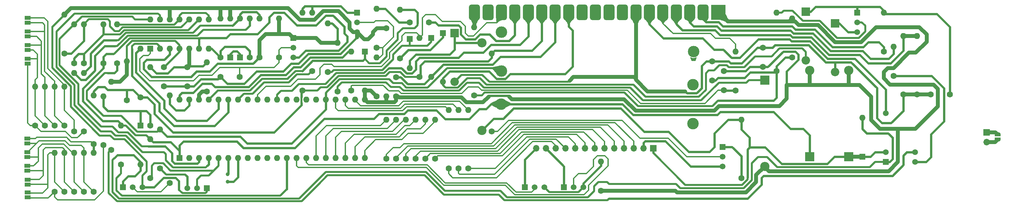
<source format=gbl>
%TF.GenerationSoftware,KiCad,Pcbnew,8.0.1*%
%TF.CreationDate,2024-06-06T00:05:14+02:00*%
%TF.ProjectId,BMW E30 VFL SI Board,424d5720-4533-4302-9056-464c20534920,rev?*%
%TF.SameCoordinates,Original*%
%TF.FileFunction,Copper,L2,Bot*%
%TF.FilePolarity,Positive*%
%FSLAX46Y46*%
G04 Gerber Fmt 4.6, Leading zero omitted, Abs format (unit mm)*
G04 Created by KiCad (PCBNEW 8.0.1) date 2024-06-06 00:05:14*
%MOMM*%
%LPD*%
G01*
G04 APERTURE LIST*
G04 Aperture macros list*
%AMRoundRect*
0 Rectangle with rounded corners*
0 $1 Rounding radius*
0 $2 $3 $4 $5 $6 $7 $8 $9 X,Y pos of 4 corners*
0 Add a 4 corners polygon primitive as box body*
4,1,4,$2,$3,$4,$5,$6,$7,$8,$9,$2,$3,0*
0 Add four circle primitives for the rounded corners*
1,1,$1+$1,$2,$3*
1,1,$1+$1,$4,$5*
1,1,$1+$1,$6,$7*
1,1,$1+$1,$8,$9*
0 Add four rect primitives between the rounded corners*
20,1,$1+$1,$2,$3,$4,$5,0*
20,1,$1+$1,$4,$5,$6,$7,0*
20,1,$1+$1,$6,$7,$8,$9,0*
20,1,$1+$1,$8,$9,$2,$3,0*%
%AMFreePoly0*
4,1,19,0.500000,-0.750000,0.000000,-0.750000,0.000000,-0.744911,-0.071157,-0.744911,-0.207708,-0.704816,-0.327430,-0.627875,-0.420627,-0.520320,-0.479746,-0.390866,-0.500000,-0.250000,-0.500000,0.250000,-0.479746,0.390866,-0.420627,0.520320,-0.327430,0.627875,-0.207708,0.704816,-0.071157,0.744911,0.000000,0.744911,0.000000,0.750000,0.500000,0.750000,0.500000,-0.750000,0.500000,-0.750000,
$1*%
%AMFreePoly1*
4,1,19,0.000000,0.744911,0.071157,0.744911,0.207708,0.704816,0.327430,0.627875,0.420627,0.520320,0.479746,0.390866,0.500000,0.250000,0.500000,-0.250000,0.479746,-0.390866,0.420627,-0.520320,0.327430,-0.627875,0.207708,-0.704816,0.071157,-0.744911,0.000000,-0.744911,0.000000,-0.750000,-0.500000,-0.750000,-0.500000,0.750000,0.000000,0.750000,0.000000,0.744911,0.000000,0.744911,
$1*%
G04 Aperture macros list end*
%TA.AperFunction,SMDPad,CuDef*%
%ADD10FreePoly0,270.000000*%
%TD*%
%TA.AperFunction,SMDPad,CuDef*%
%ADD11FreePoly1,270.000000*%
%TD*%
%TA.AperFunction,ComponentPad*%
%ADD12R,1.700000X1.700000*%
%TD*%
%TA.AperFunction,ComponentPad*%
%ADD13O,1.700000X1.700000*%
%TD*%
%TA.AperFunction,ComponentPad*%
%ADD14R,1.600000X1.600000*%
%TD*%
%TA.AperFunction,ComponentPad*%
%ADD15O,1.600000X1.600000*%
%TD*%
%TA.AperFunction,ComponentPad*%
%ADD16R,2.200000X2.200000*%
%TD*%
%TA.AperFunction,ComponentPad*%
%ADD17O,2.200000X2.200000*%
%TD*%
%TA.AperFunction,ComponentPad*%
%ADD18C,1.600000*%
%TD*%
%TA.AperFunction,ComponentPad*%
%ADD19R,2.400000X2.400000*%
%TD*%
%TA.AperFunction,ComponentPad*%
%ADD20O,2.400000X2.400000*%
%TD*%
%TA.AperFunction,ComponentPad*%
%ADD21R,1.500000X1.500000*%
%TD*%
%TA.AperFunction,ComponentPad*%
%ADD22C,1.500000*%
%TD*%
%TA.AperFunction,ComponentPad*%
%ADD23C,3.000000*%
%TD*%
%TA.AperFunction,ComponentPad*%
%ADD24C,1.000000*%
%TD*%
%TA.AperFunction,ComponentPad*%
%ADD25C,2.400000*%
%TD*%
%TA.AperFunction,ComponentPad*%
%ADD26R,3.800000X4.000000*%
%TD*%
%TA.AperFunction,ComponentPad*%
%ADD27RoundRect,0.500000X-0.900000X-1.500000X0.900000X-1.500000X0.900000X1.500000X-0.900000X1.500000X0*%
%TD*%
%TA.AperFunction,SMDPad,CuDef*%
%ADD28R,1.500000X1.000000*%
%TD*%
%TA.AperFunction,Conductor*%
%ADD29C,1.000000*%
%TD*%
%TA.AperFunction,Conductor*%
%ADD30C,0.600000*%
%TD*%
%TA.AperFunction,Conductor*%
%ADD31C,0.300000*%
%TD*%
%TA.AperFunction,Conductor*%
%ADD32C,0.500000*%
%TD*%
%ADD33C,0.350000*%
%ADD34O,1.000000X2.200000*%
G04 APERTURE END LIST*
D10*
%TO.P,JP11,1,A*%
%TO.N,Net-(BT2-P1)*%
X319811200Y-134359200D03*
D11*
%TO.P,JP11,2,B*%
%TO.N,Net-(BT1-N2)*%
X319811200Y-135659200D03*
%TD*%
D12*
%TO.P,JP10,1,A*%
%TO.N,Net-(BT2-P1)*%
X316915600Y-133785000D03*
D13*
%TO.P,JP10,2,B*%
%TO.N,Net-(BT1-N2)*%
X316915600Y-136325000D03*
%TD*%
D14*
%TO.P,D3,1,K*%
%TO.N,Net-(D2-K)*%
X122504000Y-114232000D03*
D15*
%TO.P,D3,2,A*%
%TO.N,Net-(D3-A)*%
X122504000Y-104072000D03*
%TD*%
D16*
%TO.P,D8,1,K*%
%TO.N,Net-(D5-A)*%
X178384000Y-107882000D03*
D17*
%TO.P,D8,2,A*%
%TO.N,Net-(D10-A)*%
X178384000Y-120582000D03*
%TD*%
D18*
%TO.P,R34,1*%
%TO.N,Net-(J1-LED_G5)*%
X170764000Y-140648000D03*
D15*
%TO.P,R34,2*%
%TO.N,Net-(R34-Pad2)*%
X170764000Y-130488000D03*
%TD*%
D18*
%TO.P,C3,1*%
%TO.N,Net-(D2-A)*%
X117424000Y-119312000D03*
%TO.P,C3,2*%
%TO.N,Net-(Q3-B)*%
X122424000Y-119312000D03*
%TD*%
D19*
%TO.P,C10,1*%
%TO.N,Net-(BT1-P1)*%
X270840000Y-140140000D03*
D20*
%TO.P,C10,2*%
%TO.N,Net-(D2-A)*%
X270840000Y-117640000D03*
%TD*%
D18*
%TO.P,R19,1*%
%TO.N,Net-(Q2-B)*%
X99136000Y-145728000D03*
D15*
%TO.P,R19,2*%
%TO.N,Net-(BT1-P1)*%
X99136000Y-135568000D03*
%TD*%
D18*
%TO.P,R103,1*%
%TO.N,Net-(BT1-P1)*%
X91516000Y-142172000D03*
D15*
%TO.P,R103,2*%
X91516000Y-132012000D03*
%TD*%
D18*
%TO.P,R9,1*%
%TO.N,Net-(JP1-B)*%
X76784000Y-132012000D03*
D15*
%TO.P,R9,2*%
%TO.N,Net-(JP1-A)*%
X76784000Y-121852000D03*
%TD*%
D18*
%TO.P,R109,1*%
%TO.N,Net-(D2-A)*%
X160604000Y-106612000D03*
D15*
%TO.P,R109,2*%
X160604000Y-124392000D03*
%TD*%
D18*
%TO.P,R11,1*%
%TO.N,Net-(K1-N0)*%
X88988000Y-138362000D03*
D15*
%TO.P,R11,2*%
%TO.N,Net-(U2A--)*%
X88988000Y-120582000D03*
%TD*%
D18*
%TO.P,R45,1*%
%TO.N,Net-(C6-Pad1)*%
X266268000Y-114232000D03*
D15*
%TO.P,R45,2*%
%TO.N,Net-(D2-A)*%
X266268000Y-104072000D03*
%TD*%
D18*
%TO.P,R17,1*%
%TO.N,Net-(J2-5V)*%
X93040000Y-125408000D03*
D15*
%TO.P,R17,2*%
%TO.N,Net-(U2A--)*%
X93040000Y-115248000D03*
%TD*%
D21*
%TO.P,Q1,1,C*%
%TO.N,Net-(D1-A)*%
X92024000Y-148120000D03*
D22*
%TO.P,Q1,2,B*%
%TO.N,Net-(Q1-B)*%
X94564000Y-148120000D03*
%TO.P,Q1,3,E*%
%TO.N,Net-(D2-A)*%
X97104000Y-148120000D03*
%TD*%
D18*
%TO.P,R3,1*%
%TO.N,Net-(JP7-B)*%
X79324000Y-149284000D03*
D15*
%TO.P,R3,2*%
%TO.N,Net-(JP6-B)*%
X79324000Y-139124000D03*
%TD*%
D18*
%TO.P,R47,1*%
%TO.N,Net-(D10-A)*%
X295224000Y-123884000D03*
D15*
%TO.P,R47,2*%
%TO.N,Net-(J2-Pads-Pad4)*%
X295224000Y-108644000D03*
%TD*%
D18*
%TO.P,R39,1*%
%TO.N,Net-(D7-K)*%
X164160000Y-114486000D03*
D15*
%TO.P,R39,2*%
%TO.N,Net-(D4-K)*%
X164160000Y-101786000D03*
%TD*%
D18*
%TO.P,R105,1*%
%TO.N,Net-(U2A-+)*%
X113868000Y-123122000D03*
D15*
%TO.P,R105,2*%
X113868000Y-115502000D03*
%TD*%
D23*
%TO.P,BT1,1,N1*%
%TO.N,unconnected-(BT1-N1-Pad1)*%
X240468000Y-131492000D03*
%TO.P,BT1,2,N2*%
%TO.N,Net-(BT1-N2)*%
X240468000Y-121332000D03*
%TO.P,BT1,3,P1*%
%TO.N,Net-(BT1-P1)*%
X190468000Y-126412000D03*
%TD*%
D18*
%TO.P,R112,1*%
%TO.N,Net-(D2-A)*%
X216484000Y-149030000D03*
D15*
%TO.P,R112,2*%
X216484000Y-141410000D03*
%TD*%
D18*
%TO.P,C4,1*%
%TO.N,Net-(D2-A)*%
X163144000Y-124392000D03*
%TO.P,C4,2*%
%TO.N,Net-(D6-A)*%
X163144000Y-119392000D03*
%TD*%
D21*
%TO.P,K1,1,COIL_1*%
%TO.N,Net-(D1-A)*%
X290652000Y-141540000D03*
D22*
%TO.P,K1,2,COIL_2*%
%TO.N,Net-(D11-K)*%
X290652000Y-139000000D03*
%TO.P,K1,6,COM*%
%TO.N,Net-(J2-Temp_transm.)*%
X290652000Y-128840000D03*
%TO.P,K1,11,N0*%
%TO.N,Net-(K1-N0)*%
X298272000Y-139000000D03*
%TO.P,K1,12,N1*%
%TO.N,Net-(J2-Temp_gauge)*%
X298272000Y-141540000D03*
%TD*%
D18*
%TO.P,R40,1*%
%TO.N,Net-(J2-5V)*%
X169240000Y-119312000D03*
D15*
%TO.P,R40,2*%
%TO.N,Net-(J2-4{slash}6_cyl.)*%
X169240000Y-109152000D03*
%TD*%
D16*
%TO.P,D9,1,K*%
%TO.N,Net-(D9-K)*%
X269824000Y-102294000D03*
D17*
%TO.P,D9,2,A*%
%TO.N,Net-(D7-A)*%
X269824000Y-114994000D03*
%TD*%
D18*
%TO.P,R26,1*%
%TO.N,Net-(J2-5V)*%
X138760000Y-122868000D03*
D15*
%TO.P,R26,2*%
%TO.N,Net-(Q4-C)*%
X138760000Y-102548000D03*
%TD*%
D12*
%TO.P,J1,1,GND_BULB*%
%TO.N,Net-(D11-K)*%
X230100000Y-138000000D03*
D13*
%TO.P,J1,2,GND_LED*%
%TO.N,Net-(J1-GND_LED)*%
X227560000Y-138000000D03*
%TO.P,J1,3,LED_R3*%
%TO.N,Net-(J1-LED_R3)*%
X225020000Y-138000000D03*
%TO.P,J1,4,LED_R2*%
%TO.N,Net-(J1-LED_R2)*%
X222480000Y-138000000D03*
%TO.P,J1,5,LED_R1*%
%TO.N,Net-(J1-LED_R1)*%
X219940000Y-138000000D03*
%TO.P,J1,6,LED_Y*%
%TO.N,Net-(J1-LED_Y)*%
X217400000Y-138000000D03*
%TO.P,J1,7,LED_G5*%
%TO.N,Net-(J1-LED_G5)*%
X214860000Y-138000000D03*
%TO.P,J1,8,LED_G4*%
%TO.N,Net-(J1-LED_G4)*%
X212320000Y-138000000D03*
%TO.P,J1,9,LED_G3*%
%TO.N,Net-(J1-LED_G3)*%
X209780000Y-138000000D03*
%TO.P,J1,10,LED_G2*%
%TO.N,Net-(J1-LED_G2)*%
X207240000Y-138000000D03*
%TO.P,J1,11,LED_G1*%
%TO.N,Net-(J1-LED_G1)*%
X204700000Y-138000000D03*
%TO.P,J1,12,BULB_INSPECTION*%
%TO.N,Net-(J1-BULB_INSPECTION)*%
X202160000Y-138000000D03*
%TO.P,J1,13,BULB_OILSERVICE*%
%TO.N,Net-(J1-BULB_OILSERVICE)*%
X199620000Y-138000000D03*
%TD*%
D18*
%TO.P,R15,1*%
%TO.N,Net-(BT1-P1)*%
X86944000Y-115756000D03*
D15*
%TO.P,R15,2*%
%TO.N,Net-(U2D-+)*%
X86944000Y-105596000D03*
%TD*%
D19*
%TO.P,C11,1*%
%TO.N,Net-(D11-K)*%
X281000000Y-140140000D03*
D20*
%TO.P,C11,2*%
%TO.N,Net-(D2-A)*%
X281000000Y-117640000D03*
%TD*%
D14*
%TO.P,D2,1,K*%
%TO.N,Net-(D2-K)*%
X119964000Y-114232000D03*
D15*
%TO.P,D2,2,A*%
%TO.N,Net-(D2-A)*%
X119964000Y-104072000D03*
%TD*%
D16*
%TO.P,D10,1,K*%
%TO.N,Net-(D10-K)*%
X277444000Y-105342000D03*
D17*
%TO.P,D10,2,A*%
%TO.N,Net-(D10-A)*%
X277444000Y-118042000D03*
%TD*%
D18*
%TO.P,R22,1*%
%TO.N,Net-(U2B-+)*%
X117424000Y-114232000D03*
D15*
%TO.P,R22,2*%
%TO.N,Net-(D2-A)*%
X117424000Y-104072000D03*
%TD*%
D18*
%TO.P,R5,1*%
%TO.N,Net-(JP5-B)*%
X84404000Y-149284000D03*
D15*
%TO.P,R5,2*%
%TO.N,Net-(J2-5V)*%
X84404000Y-139124000D03*
%TD*%
D14*
%TO.P,D6,1,K*%
%TO.N,Net-(D5-K)*%
X172288000Y-109152000D03*
D15*
%TO.P,D6,2,A*%
%TO.N,Net-(D6-A)*%
X172288000Y-119312000D03*
%TD*%
D21*
%TO.P,Q4,1,C*%
%TO.N,Net-(Q4-C)*%
X152984000Y-102548000D03*
D22*
%TO.P,Q4,2,B*%
%TO.N,Net-(Q4-B)*%
X152984000Y-105088000D03*
%TO.P,Q4,3,E*%
%TO.N,Net-(D2-A)*%
X152984000Y-107628000D03*
%TD*%
D18*
%TO.P,R38,1*%
%TO.N,Net-(J1-LED_G3)*%
X181940000Y-143188000D03*
D15*
%TO.P,R38,2*%
%TO.N,Net-(R38-Pad2)*%
X181940000Y-127948000D03*
%TD*%
D14*
%TO.P,U2,1*%
%TO.N,Net-(Q3-B)*%
X99131000Y-111936000D03*
D15*
%TO.P,U2,2*%
%TO.N,Net-(U1-Pad35)*%
X101671000Y-111936000D03*
%TO.P,U2,3,V+*%
%TO.N,Net-(Q3-C)*%
X104211000Y-111936000D03*
%TO.P,U2,4,-*%
%TO.N,Net-(U2A--)*%
X106751000Y-111936000D03*
%TO.P,U2,5,+*%
%TO.N,Net-(U2A-+)*%
X109291000Y-111936000D03*
%TO.P,U2,6,-*%
%TO.N,Net-(BT1-P1)*%
X111831000Y-111936000D03*
%TO.P,U2,7,+*%
%TO.N,Net-(U2B-+)*%
X114371000Y-111936000D03*
%TO.P,U2,8,-*%
%TO.N,Net-(U2C-+)*%
X114371000Y-104316000D03*
%TO.P,U2,9,+*%
%TO.N,Net-(U2D-+)*%
X111831000Y-104316000D03*
%TO.P,U2,10,-*%
%TO.N,Net-(U2C--)*%
X109291000Y-104316000D03*
%TO.P,U2,11,+*%
%TO.N,Net-(U2C-+)*%
X106751000Y-104316000D03*
%TO.P,U2,12,V-*%
%TO.N,Net-(D2-A)*%
X104211000Y-104316000D03*
%TO.P,U2,13*%
%TO.N,Net-(U1-Pad4)*%
X101671000Y-104316000D03*
%TO.P,U2,14*%
%TO.N,Net-(R13-Pad2)*%
X99131000Y-104316000D03*
%TD*%
D18*
%TO.P,R37,1*%
%TO.N,Net-(J1-LED_G2)*%
X179400000Y-143188000D03*
D15*
%TO.P,R37,2*%
%TO.N,Net-(R37-Pad2)*%
X179400000Y-127948000D03*
%TD*%
D18*
%TO.P,R14,1*%
%TO.N,Net-(U2D-+)*%
X81864000Y-115756000D03*
D15*
%TO.P,R14,2*%
%TO.N,Net-(U2C--)*%
X81864000Y-105596000D03*
%TD*%
D18*
%TO.P,R13,1*%
%TO.N,Net-(U2D-+)*%
X79324000Y-115756000D03*
D15*
%TO.P,R13,2*%
%TO.N,Net-(R13-Pad2)*%
X79324000Y-105596000D03*
%TD*%
D18*
%TO.P,C8,1*%
%TO.N,Net-(D2-A)*%
X258648000Y-116732000D03*
%TO.P,C8,2*%
%TO.N,Net-(D10-A)*%
X258648000Y-111732000D03*
%TD*%
D14*
%TO.P,D7,1,K*%
%TO.N,Net-(D7-K)*%
X175336000Y-107882000D03*
D15*
%TO.P,D7,2,A*%
%TO.N,Net-(D7-A)*%
X175336000Y-120582000D03*
%TD*%
D14*
%TO.P,D11,1,K*%
%TO.N,Net-(D11-K)*%
X284556000Y-140140000D03*
D15*
%TO.P,D11,2,A*%
%TO.N,Net-(D1-A)*%
X284556000Y-129980000D03*
%TD*%
D23*
%TO.P,BT2,1,N1*%
%TO.N,unconnected-(BT2-N1-Pad1)*%
X190600000Y-107628000D03*
%TO.P,BT2,2,N2*%
%TO.N,Net-(BT2-N2)*%
X190600000Y-117788000D03*
%TO.P,BT2,3,P1*%
%TO.N,Net-(BT2-P1)*%
X240600000Y-112708000D03*
%TD*%
D18*
%TO.P,R8,1*%
%TO.N,Net-(JP2-B)*%
X74244000Y-132012000D03*
D15*
%TO.P,R8,2*%
%TO.N,Net-(JP1-B)*%
X74244000Y-121852000D03*
%TD*%
D21*
%TO.P,Q6,1,C*%
%TO.N,Net-(J1-BULB_INSPECTION)*%
X206832000Y-148120000D03*
D22*
%TO.P,Q6,2,B*%
%TO.N,Net-(Q6-B)*%
X209372000Y-148120000D03*
%TO.P,Q6,3,E*%
%TO.N,Net-(D2-A)*%
X211912000Y-148120000D03*
%TD*%
D18*
%TO.P,R16,1*%
%TO.N,Net-(BT2-N2)*%
X90500000Y-115756000D03*
D15*
%TO.P,R16,2*%
%TO.N,Net-(U2C-+)*%
X90500000Y-105596000D03*
%TD*%
D18*
%TO.P,R10,1*%
%TO.N,Net-(JP9-B)*%
X86944000Y-137092000D03*
D15*
%TO.P,R10,2*%
%TO.N,Net-(D1-K)*%
X86944000Y-124392000D03*
%TD*%
D18*
%TO.P,C6,1*%
%TO.N,Net-(C6-Pad1)*%
X245440000Y-120248000D03*
%TO.P,C6,2*%
%TO.N,Net-(D10-A)*%
X245440000Y-115248000D03*
%TD*%
D14*
%TO.P,D4,1,K*%
%TO.N,Net-(D4-K)*%
X155016000Y-112708000D03*
D15*
%TO.P,D4,2,A*%
%TO.N,Net-(D2-A)*%
X155016000Y-122868000D03*
%TD*%
D18*
%TO.P,R36,1*%
%TO.N,Net-(J1-LED_G1)*%
X176860000Y-143188000D03*
D15*
%TO.P,R36,2*%
%TO.N,Net-(R36-Pad2)*%
X176860000Y-127948000D03*
%TD*%
D18*
%TO.P,R35,1*%
%TO.N,Net-(J1-LED_G4)*%
X173304000Y-140648000D03*
D15*
%TO.P,R35,2*%
%TO.N,Net-(R35-Pad2)*%
X173304000Y-130488000D03*
%TD*%
D24*
%TO.P,Y1,1,1*%
%TO.N,Net-(U1-Pad7)*%
X119286000Y-146678000D03*
%TO.P,Y1,2,2*%
%TO.N,Net-(U1-Pad6)*%
X119286000Y-144778000D03*
%TD*%
D18*
%TO.P,R20,1*%
%TO.N,Net-(D1-K)*%
X99136000Y-132012000D03*
D15*
%TO.P,R20,2*%
%TO.N,Net-(U2A-+)*%
X99136000Y-116772000D03*
%TD*%
D21*
%TO.P,Q5,1,C*%
%TO.N,Net-(J1-BULB_OILSERVICE)*%
X196672000Y-148120000D03*
D22*
%TO.P,Q5,2,B*%
%TO.N,Net-(Q5-B)*%
X199212000Y-148120000D03*
%TO.P,Q5,3,E*%
%TO.N,Net-(D2-A)*%
X201752000Y-148120000D03*
%TD*%
D18*
%TO.P,R107,1*%
%TO.N,Net-(Q3-C)*%
X147904000Y-123139000D03*
D15*
%TO.P,R107,2*%
X147904000Y-110439000D03*
%TD*%
D18*
%TO.P,R30,1*%
%TO.N,Net-(J1-LED_R3)*%
X160604000Y-140648000D03*
D15*
%TO.P,R30,2*%
%TO.N,Net-(R30-Pad2)*%
X160604000Y-130488000D03*
%TD*%
D18*
%TO.P,R25,1*%
%TO.N,Net-(Q3-B)*%
X132664000Y-114232000D03*
D15*
%TO.P,R25,2*%
%TO.N,Net-(Q3-C)*%
X132664000Y-104072000D03*
%TD*%
D19*
%TO.P,C9,1*%
%TO.N,Net-(Q3-C)*%
X259156000Y-120180000D03*
D20*
%TO.P,C9,2*%
%TO.N,Net-(D2-A)*%
X259156000Y-142680000D03*
%TD*%
D18*
%TO.P,R29,1*%
%TO.N,Net-(Q4-B)*%
X158064000Y-111692000D03*
D15*
%TO.P,R29,2*%
%TO.N,Net-(C5-Pad1)*%
X158064000Y-101532000D03*
%TD*%
D21*
%TO.P,Q8,1,C*%
%TO.N,Net-(D9-K)*%
X283180000Y-102548000D03*
D22*
%TO.P,Q8,2,B*%
%TO.N,Net-(Q8-B)*%
X283180000Y-105088000D03*
%TO.P,Q8,3,E*%
%TO.N,Net-(D10-K)*%
X283180000Y-107628000D03*
%TD*%
D21*
%TO.P,Q7,1,C*%
%TO.N,Net-(Q7-C)*%
X248128000Y-137600000D03*
D22*
%TO.P,Q7,2,B*%
%TO.N,Net-(J2-5V)*%
X248128000Y-140140000D03*
%TO.P,Q7,3,E*%
%TO.N,Net-(J1-GND_LED)*%
X248128000Y-142680000D03*
%TD*%
D18*
%TO.P,R101,1*%
%TO.N,Net-(D3-A)*%
X81864000Y-133536000D03*
D15*
%TO.P,R101,2*%
X81864000Y-118296000D03*
%TD*%
D18*
%TO.P,R7,1*%
%TO.N,Net-(JP3-B)*%
X71704000Y-132012000D03*
D15*
%TO.P,R7,2*%
%TO.N,Net-(JP2-B)*%
X71704000Y-121852000D03*
%TD*%
D18*
%TO.P,R12,1*%
%TO.N,Net-(U2C--)*%
X76784000Y-113216000D03*
D15*
%TO.P,R12,2*%
%TO.N,Net-(D2-A)*%
X76784000Y-103056000D03*
%TD*%
D18*
%TO.P,R18,1*%
%TO.N,Net-(J2-5V)*%
X96596000Y-124646000D03*
D15*
%TO.P,R18,2*%
%TO.N,Net-(R18-Pad2)*%
X96596000Y-111946000D03*
%TD*%
D18*
%TO.P,R100,1*%
%TO.N,Net-(JP1-A)*%
X79324000Y-133536000D03*
D15*
%TO.P,R100,2*%
X79324000Y-118296000D03*
%TD*%
D18*
%TO.P,R42,1*%
%TO.N,Net-(Q7-C)*%
X253060000Y-145728000D03*
D15*
%TO.P,R42,2*%
%TO.N,Net-(D11-K)*%
X253060000Y-130488000D03*
%TD*%
D18*
%TO.P,C12,1*%
%TO.N,Net-(D10-A)*%
X302376000Y-123884000D03*
%TO.P,C12,2*%
%TO.N,Net-(D9-K)*%
X307376000Y-123884000D03*
%TD*%
%TO.P,C5,1*%
%TO.N,Net-(C5-Pad1)*%
X166740000Y-105088000D03*
%TO.P,C5,2*%
%TO.N,Net-(J2-Speed_pulse)*%
X171740000Y-105088000D03*
%TD*%
%TO.P,C1,1*%
%TO.N,Net-(D2-A)*%
X102692000Y-121812000D03*
%TO.P,C1,2*%
%TO.N,Net-(U2A--)*%
X102692000Y-116812000D03*
%TD*%
D25*
%TO.P,R41,1*%
%TO.N,Net-(D11-K)*%
X185496000Y-133282000D03*
D20*
%TO.P,R41,2*%
%TO.N,Net-(D5-A)*%
X185496000Y-110422000D03*
%TD*%
D26*
%TO.P,J2,1,Term._31*%
%TO.N,Net-(D2-A)*%
X247100000Y-102500000D03*
D27*
%TO.P,J2,2,Pad_wear_ind.*%
%TO.N,Net-(J2-Pad_wear_ind.)*%
X243100000Y-102500000D03*
%TO.P,J2,3,Temp_gauge*%
%TO.N,Net-(J2-Temp_gauge)*%
X239600000Y-102500000D03*
%TO.P,J2,4,Pads*%
%TO.N,Net-(J2-Pads-Pad4)*%
X236100000Y-102500000D03*
%TO.P,J2,5,SI_reset*%
%TO.N,Net-(J2-SI_reset)*%
X232600000Y-102500000D03*
%TO.P,J2,6,Temp_transm.*%
%TO.N,Net-(J2-Temp_transm.)*%
X229100000Y-102500000D03*
%TO.P,J2,7,Term._15*%
%TO.N,Net-(D10-A)*%
X225600000Y-102500000D03*
%TO.P,J2,8,n.c.*%
%TO.N,unconnected-(J2-n.c.-Pad8)*%
X222100000Y-102500000D03*
%TO.P,J2,9,n.c.*%
%TO.N,unconnected-(J2-n.c.-Pad9)*%
X218600000Y-102500000D03*
%TO.P,J2,10,n.c.*%
%TO.N,unconnected-(J2-n.c.-Pad10)*%
X215100000Y-102500000D03*
%TO.P,J2,11,n.c.*%
%TO.N,unconnected-(J2-n.c.-Pad11)*%
X211600000Y-102500000D03*
%TO.P,J2,12,Term._50*%
%TO.N,Net-(D7-A)*%
X208100000Y-102500000D03*
%TO.P,J2,13,Term._30*%
%TO.N,Net-(D6-A)*%
X204600000Y-102500000D03*
%TO.P,J2,14,5V*%
%TO.N,Net-(J2-5V)*%
X201100000Y-102500000D03*
%TO.P,J2,15,Distance_pulse*%
%TO.N,Net-(J2-Distance_pulse)*%
X197600000Y-102500000D03*
%TO.P,J2,16,Speed_pulse*%
%TO.N,Net-(J2-Speed_pulse)*%
X194100000Y-102500000D03*
%TO.P,J2,17,4/6_cyl.*%
%TO.N,Net-(J2-4{slash}6_cyl.)*%
X190600000Y-102500000D03*
%TO.P,J2,18,Free*%
%TO.N,unconnected-(J2-Free-Pad18)*%
X187100000Y-102500000D03*
%TO.P,J2,19,Pads*%
%TO.N,Net-(C6-Pad1)*%
X183600000Y-102500000D03*
%TD*%
D18*
%TO.P,R31,1*%
%TO.N,Net-(J1-LED_R2)*%
X163144000Y-140648000D03*
D15*
%TO.P,R31,2*%
%TO.N,Net-(R31-Pad2)*%
X163144000Y-130488000D03*
%TD*%
D18*
%TO.P,R111,1*%
%TO.N,Net-(J2-5V)*%
X188036000Y-133536000D03*
D15*
%TO.P,R111,2*%
X188036000Y-113216000D03*
%TD*%
D18*
%TO.P,R48,1*%
%TO.N,Net-(D10-A)*%
X298780000Y-123884000D03*
D15*
%TO.P,R48,2*%
%TO.N,Net-(J2-Pads-Pad4)*%
X298780000Y-108644000D03*
%TD*%
D18*
%TO.P,R33,1*%
%TO.N,Net-(J1-LED_Y)*%
X168224000Y-140648000D03*
D15*
%TO.P,R33,2*%
%TO.N,Net-(R33-Pad2)*%
X168224000Y-130488000D03*
%TD*%
D14*
%TO.P,U1,1,1*%
%TO.N,Net-(BT1-P1)*%
X106756000Y-140500000D03*
D15*
%TO.P,U1,2,2*%
%TO.N,unconnected-(U1-Pad2)*%
X109296000Y-140500000D03*
%TO.P,U1,3,3*%
%TO.N,Net-(R13-Pad2)*%
X111836000Y-140500000D03*
%TO.P,U1,4,4*%
%TO.N,Net-(U1-Pad4)*%
X114376000Y-140500000D03*
%TO.P,U1,5,5*%
%TO.N,Net-(Q2-B)*%
X116916000Y-140500000D03*
%TO.P,U1,6,6*%
%TO.N,Net-(U1-Pad6)*%
X119456000Y-140500000D03*
%TO.P,U1,7,7*%
%TO.N,Net-(U1-Pad7)*%
X121996000Y-140500000D03*
%TO.P,U1,8,8*%
%TO.N,unconnected-(U1-Pad8)*%
X124536000Y-140500000D03*
%TO.P,U1,9,9*%
%TO.N,unconnected-(U1-Pad9)*%
X127076000Y-140500000D03*
%TO.P,U1,10,10*%
%TO.N,unconnected-(U1-Pad10)*%
X129616000Y-140500000D03*
%TO.P,U1,11,11*%
%TO.N,unconnected-(U1-Pad11)*%
X132156000Y-140500000D03*
%TO.P,U1,12,12*%
%TO.N,Net-(BT1-P1)*%
X134696000Y-140500000D03*
%TO.P,U1,13,13*%
%TO.N,Net-(Q6-B)*%
X137236000Y-140500000D03*
%TO.P,U1,14,14*%
%TO.N,Net-(Q5-B)*%
X139776000Y-140500000D03*
%TO.P,U1,15,15*%
%TO.N,Net-(R30-Pad2)*%
X142316000Y-140500000D03*
%TO.P,U1,16,16*%
%TO.N,Net-(R31-Pad2)*%
X144856000Y-140500000D03*
%TO.P,U1,17,17*%
%TO.N,Net-(R32-Pad2)*%
X147396000Y-140500000D03*
%TO.P,U1,18,18*%
%TO.N,Net-(R33-Pad2)*%
X149936000Y-140500000D03*
%TO.P,U1,19,19*%
%TO.N,Net-(R34-Pad2)*%
X152476000Y-140500000D03*
%TO.P,U1,20,20*%
%TO.N,Net-(R35-Pad2)*%
X155016000Y-140500000D03*
%TO.P,U1,21,21*%
%TO.N,Net-(D2-A)*%
X155016000Y-125260000D03*
%TO.P,U1,22,22*%
%TO.N,Net-(R38-Pad2)*%
X152476000Y-125260000D03*
%TO.P,U1,23,23*%
%TO.N,Net-(R37-Pad2)*%
X149936000Y-125260000D03*
%TO.P,U1,24,24*%
%TO.N,Net-(R36-Pad2)*%
X147396000Y-125260000D03*
%TO.P,U1,25,25*%
%TO.N,Net-(BT2-N2)*%
X144856000Y-125260000D03*
%TO.P,U1,26,26*%
%TO.N,unconnected-(U1-Pad26)*%
X142316000Y-125260000D03*
%TO.P,U1,27,27*%
%TO.N,unconnected-(U1-Pad27)*%
X139776000Y-125260000D03*
%TO.P,U1,28,28*%
%TO.N,unconnected-(U1-Pad28)*%
X137236000Y-125260000D03*
%TO.P,U1,29,29*%
%TO.N,unconnected-(U1-Pad29)*%
X134696000Y-125260000D03*
%TO.P,U1,30,30*%
%TO.N,Net-(J2-Distance_pulse)*%
X132156000Y-125260000D03*
%TO.P,U1,31,31*%
%TO.N,unconnected-(U1-Pad31)*%
X129616000Y-125260000D03*
%TO.P,U1,32,32*%
%TO.N,Net-(J2-4{slash}6_cyl.)*%
X127076000Y-125260000D03*
%TO.P,U1,33,33*%
%TO.N,unconnected-(U1-Pad33)*%
X124536000Y-125260000D03*
%TO.P,U1,34,34*%
%TO.N,Net-(Q4-C)*%
X121996000Y-125260000D03*
%TO.P,U1,35,35*%
%TO.N,Net-(U1-Pad35)*%
X119456000Y-125260000D03*
%TO.P,U1,36,36*%
%TO.N,Net-(R18-Pad2)*%
X116916000Y-125260000D03*
%TO.P,U1,37,37*%
%TO.N,Net-(D4-K)*%
X114376000Y-125260000D03*
%TO.P,U1,38,38*%
%TO.N,Net-(U2A-+)*%
X111836000Y-125260000D03*
%TO.P,U1,39,39*%
%TO.N,Net-(Q1-B)*%
X109296000Y-125260000D03*
%TO.P,U1,40,40*%
%TO.N,Net-(C7-Pad1)*%
X106756000Y-125260000D03*
%TD*%
D21*
%TO.P,Q3,1,C*%
%TO.N,Net-(Q3-C)*%
X136368000Y-109152000D03*
D22*
%TO.P,Q3,2,B*%
%TO.N,Net-(Q3-B)*%
X136368000Y-111692000D03*
%TO.P,Q3,3,E*%
%TO.N,Net-(BT1-P1)*%
X136368000Y-114232000D03*
%TD*%
D18*
%TO.P,R27,1*%
%TO.N,Net-(D5-K)*%
X145364000Y-118042000D03*
D15*
%TO.P,R27,2*%
%TO.N,Net-(Q3-C)*%
X145364000Y-105342000D03*
%TD*%
D18*
%TO.P,R46,1*%
%TO.N,Net-(J2-Pad_wear_ind.)*%
X290144000Y-112708000D03*
D15*
%TO.P,R46,2*%
%TO.N,Net-(D9-K)*%
X290144000Y-102548000D03*
%TD*%
D18*
%TO.P,R108,1*%
%TO.N,Net-(C7-Pad1)*%
X151460000Y-122868000D03*
D15*
%TO.P,R108,2*%
X151460000Y-112708000D03*
%TD*%
D18*
%TO.P,R32,1*%
%TO.N,Net-(J1-LED_R1)*%
X165712000Y-140648000D03*
D15*
%TO.P,R32,2*%
%TO.N,Net-(R32-Pad2)*%
X165712000Y-130488000D03*
%TD*%
D18*
%TO.P,C7,1*%
%TO.N,Net-(C7-Pad1)*%
X248488000Y-122828000D03*
%TO.P,C7,2*%
%TO.N,Net-(D2-A)*%
X248488000Y-117828000D03*
%TD*%
%TO.P,R23,1*%
%TO.N,Net-(U2B-+)*%
X125044000Y-114232000D03*
D15*
%TO.P,R23,2*%
%TO.N,Net-(JP1-A)*%
X125044000Y-104072000D03*
%TD*%
D18*
%TO.P,R102,1*%
%TO.N,Net-(J2-5V)*%
X84404000Y-136855000D03*
D15*
%TO.P,R102,2*%
X84404000Y-124155000D03*
%TD*%
D18*
%TO.P,R28,1*%
%TO.N,Net-(D2-A)*%
X158064000Y-124392000D03*
D15*
%TO.P,R28,2*%
%TO.N,Net-(Q4-B)*%
X158064000Y-114232000D03*
%TD*%
D18*
%TO.P,C2,1*%
%TO.N,Net-(D2-A)*%
X108788000Y-121812000D03*
%TO.P,C2,2*%
%TO.N,Net-(U2A-+)*%
X108788000Y-116812000D03*
%TD*%
%TO.P,R24,1*%
%TO.N,Net-(Q3-C)*%
X127584000Y-114232000D03*
D15*
%TO.P,R24,2*%
%TO.N,Net-(D3-A)*%
X127584000Y-104072000D03*
%TD*%
D18*
%TO.P,R6,1*%
%TO.N,Net-(D3-A)*%
X69164000Y-132012000D03*
D15*
%TO.P,R6,2*%
%TO.N,Net-(JP3-B)*%
X69164000Y-121852000D03*
%TD*%
D18*
%TO.P,R44,1*%
%TO.N,Net-(C6-Pad1)*%
X262204000Y-117788000D03*
D15*
%TO.P,R44,2*%
%TO.N,Net-(Q8-B)*%
X262204000Y-102548000D03*
%TD*%
D14*
%TO.P,D1,1,K*%
%TO.N,Net-(D1-K)*%
X96596000Y-132012000D03*
D15*
%TO.P,D1,2,A*%
%TO.N,Net-(D1-A)*%
X96596000Y-142172000D03*
%TD*%
D18*
%TO.P,R2,1*%
%TO.N,Net-(JP8-B)*%
X76784000Y-149284000D03*
D15*
%TO.P,R2,2*%
%TO.N,Net-(JP7-B)*%
X76784000Y-139124000D03*
%TD*%
D18*
%TO.P,R113,1*%
%TO.N,Net-(J2-Temp_gauge)*%
X292684000Y-119058000D03*
D15*
%TO.P,R113,2*%
X292684000Y-111438000D03*
%TD*%
D18*
%TO.P,R104,1*%
%TO.N,Net-(Q1-B)*%
X104216000Y-146998000D03*
D15*
%TO.P,R104,2*%
X104216000Y-124138000D03*
%TD*%
D18*
%TO.P,R1,1*%
%TO.N,Net-(JP9-B)*%
X74244000Y-149284000D03*
D15*
%TO.P,R1,2*%
%TO.N,Net-(JP8-B)*%
X74244000Y-139124000D03*
%TD*%
D18*
%TO.P,R43,1*%
%TO.N,Net-(C7-Pad1)*%
X251536000Y-122868000D03*
D15*
%TO.P,R43,2*%
%TO.N,Net-(J2-SI_reset)*%
X251536000Y-112708000D03*
%TD*%
D18*
%TO.P,R4,1*%
%TO.N,Net-(JP6-B)*%
X81864000Y-149284000D03*
D15*
%TO.P,R4,2*%
%TO.N,Net-(JP5-B)*%
X81864000Y-139124000D03*
%TD*%
D18*
%TO.P,R106,1*%
%TO.N,Net-(Q4-C)*%
X141300000Y-117788000D03*
D15*
%TO.P,R106,2*%
X141300000Y-102548000D03*
%TD*%
D18*
%TO.P,R110,1*%
%TO.N,Net-(C6-Pad1)*%
X183464000Y-124138000D03*
D15*
%TO.P,R110,2*%
X183464000Y-106358000D03*
%TD*%
D14*
%TO.P,D5,1,K*%
%TO.N,Net-(D5-K)*%
X166700000Y-109406000D03*
D15*
%TO.P,D5,2,A*%
%TO.N,Net-(D5-A)*%
X166700000Y-117026000D03*
%TD*%
D18*
%TO.P,R21,1*%
%TO.N,Net-(Q2-E)*%
X101676000Y-143188000D03*
D15*
%TO.P,R21,2*%
%TO.N,Net-(BT2-N2)*%
X101676000Y-133028000D03*
%TD*%
D21*
%TO.P,Q2,1,C*%
%TO.N,Net-(D2-A)*%
X113868000Y-148416000D03*
D22*
%TO.P,Q2,2,B*%
%TO.N,Net-(Q2-B)*%
X111328000Y-148416000D03*
%TO.P,Q2,3,E*%
%TO.N,Net-(Q2-E)*%
X108788000Y-148416000D03*
%TD*%
D28*
%TO.P,JP5,1,A*%
%TO.N,Net-(J2-5V)*%
X67132000Y-135426000D03*
%TO.P,JP5,2,B*%
%TO.N,Net-(JP5-B)*%
X67132000Y-136726000D03*
%TD*%
%TO.P,JP1,1,A*%
%TO.N,Net-(JP1-A)*%
X67232000Y-103930000D03*
%TO.P,JP1,2,B*%
%TO.N,Net-(JP1-B)*%
X67232000Y-105230000D03*
%TD*%
%TO.P,JP9,1,A*%
%TO.N,Net-(JP8-B)*%
X67208200Y-149472200D03*
%TO.P,JP9,2,B*%
%TO.N,Net-(JP9-B)*%
X67208200Y-150772200D03*
%TD*%
%TO.P,JP2,1,A*%
%TO.N,Net-(JP1-B)*%
X67232000Y-107486000D03*
%TO.P,JP2,2,B*%
%TO.N,Net-(JP2-B)*%
X67232000Y-108786000D03*
%TD*%
%TO.P,JP6,1,A*%
%TO.N,Net-(JP5-B)*%
X67132000Y-138982000D03*
%TO.P,JP6,2,B*%
%TO.N,Net-(JP6-B)*%
X67132000Y-140282000D03*
%TD*%
%TO.P,JP4,1,A*%
%TO.N,Net-(JP3-B)*%
X67232000Y-114598000D03*
%TO.P,JP4,2,B*%
%TO.N,Net-(D3-A)*%
X67232000Y-115898000D03*
%TD*%
%TO.P,JP8,1,A*%
%TO.N,Net-(JP7-B)*%
X67208200Y-146144800D03*
%TO.P,JP8,2,B*%
%TO.N,Net-(JP8-B)*%
X67208200Y-147444800D03*
%TD*%
%TO.P,JP3,1,A*%
%TO.N,Net-(JP2-B)*%
X67232000Y-111042000D03*
%TO.P,JP3,2,B*%
%TO.N,Net-(JP3-B)*%
X67232000Y-112342000D03*
%TD*%
%TO.P,JP7,1,A*%
%TO.N,Net-(JP6-B)*%
X67182800Y-142538000D03*
%TO.P,JP7,2,B*%
%TO.N,Net-(JP7-B)*%
X67182800Y-143838000D03*
%TD*%
D29*
%TO.N,Net-(BT1-N2)*%
X319145400Y-136325000D02*
X319811200Y-135659200D01*
X316915600Y-136325000D02*
X319145400Y-136325000D01*
%TO.N,Net-(BT2-P1)*%
X319237000Y-133785000D02*
X319811200Y-134359200D01*
X316915600Y-133785000D02*
X319237000Y-133785000D01*
D30*
%TO.N,Net-(D2-K)*%
X119964000Y-113419200D02*
X120726000Y-112657200D01*
X121742000Y-112657200D02*
X122504000Y-113419200D01*
X120726000Y-112657200D02*
X121742000Y-112657200D01*
X119964000Y-114232000D02*
X119964000Y-113419200D01*
X122504000Y-113419200D02*
X122504000Y-114232000D01*
D31*
%TO.N,Net-(J2-4{slash}6_cyl.)*%
X129311200Y-121750400D02*
X135762800Y-121750400D01*
X159359400Y-116619600D02*
X161493000Y-114486000D01*
X186766000Y-105215000D02*
X189382200Y-105215000D01*
X168478000Y-107780400D02*
X169240000Y-108542400D01*
X127076000Y-123985600D02*
X129311200Y-121750400D01*
X146380000Y-116010000D02*
X146989600Y-116619600D01*
X179908000Y-104834000D02*
X181178000Y-106104000D01*
X137591600Y-119921600D02*
X142163600Y-119921600D01*
X183337000Y-108644000D02*
X186766000Y-105215000D01*
X170002000Y-103945000D02*
X170891000Y-103056000D01*
X170002000Y-108390000D02*
X170002000Y-103945000D01*
X161493000Y-112987400D02*
X164668000Y-109812400D01*
X181178000Y-107882000D02*
X181940000Y-108644000D01*
X181178000Y-106104000D02*
X181178000Y-107882000D01*
X173431000Y-103056000D02*
X175209000Y-104834000D01*
X181940000Y-108644000D02*
X183337000Y-108644000D01*
X135762800Y-121750400D02*
X137591600Y-119921600D01*
X189382200Y-105215000D02*
X190600000Y-103997200D01*
X143332000Y-118753200D02*
X143332000Y-117026000D01*
D30*
X190600000Y-103997200D02*
X190600000Y-102500000D01*
D31*
X170891000Y-103056000D02*
X173431000Y-103056000D01*
D32*
X169240000Y-108542400D02*
X169240000Y-109152000D01*
D31*
X164668000Y-108644000D02*
X165531600Y-107780400D01*
X161493000Y-114486000D02*
X161493000Y-112987400D01*
X146989600Y-116619600D02*
X159359400Y-116619600D01*
X165531600Y-107780400D02*
X168478000Y-107780400D01*
X169240000Y-109152000D02*
X170002000Y-108390000D01*
X143332000Y-117026000D02*
X144348000Y-116010000D01*
X127076000Y-125260000D02*
X127076000Y-123985600D01*
X142163600Y-119921600D02*
X143332000Y-118753200D01*
X164668000Y-109812400D02*
X164668000Y-108644000D01*
X144348000Y-116010000D02*
X146380000Y-116010000D01*
X175209000Y-104834000D02*
X179908000Y-104834000D01*
%TO.N,Net-(JP9-B)*%
X86944000Y-149157000D02*
X84658000Y-151443000D01*
X75006000Y-151443000D02*
X74244000Y-150681000D01*
X67232000Y-150950000D02*
X72578000Y-150950000D01*
X74244000Y-150681000D02*
X74244000Y-149284000D01*
X84658000Y-151443000D02*
X75006000Y-151443000D01*
X86944000Y-137092000D02*
X86944000Y-149157000D01*
X72578000Y-150950000D02*
X74244000Y-149284000D01*
%TO.N,Net-(JP8-B)*%
X71084000Y-149650000D02*
X67232000Y-149650000D01*
X67232000Y-147394000D02*
X72451000Y-147394000D01*
X72466000Y-147379000D02*
X72466000Y-148268000D01*
X72466000Y-139632000D02*
X72466000Y-147379000D01*
X74244000Y-146744000D02*
X76784000Y-149284000D01*
X72466000Y-148268000D02*
X71084000Y-149650000D01*
X72451000Y-147394000D02*
X72466000Y-147379000D01*
X74244000Y-139124000D02*
X74244000Y-146744000D01*
X72974000Y-139124000D02*
X72466000Y-139632000D01*
X74244000Y-139124000D02*
X72974000Y-139124000D01*
%TO.N,Net-(JP7-B)*%
X76784000Y-146744000D02*
X79324000Y-149284000D01*
X76329000Y-137780000D02*
X71910000Y-137780000D01*
X71270000Y-143850000D02*
X71300000Y-143820000D01*
X71300000Y-138390000D02*
X71300000Y-143820000D01*
X71910000Y-137780000D02*
X71300000Y-138390000D01*
X76784000Y-138235000D02*
X76329000Y-137780000D01*
X70292000Y-146094000D02*
X67232000Y-146094000D01*
X67232000Y-143838000D02*
X71258000Y-143838000D01*
X71300000Y-143820000D02*
X71300000Y-145086000D01*
X71300000Y-145086000D02*
X70292000Y-146094000D01*
X76784000Y-139124000D02*
X76784000Y-138235000D01*
X76784000Y-139124000D02*
X76784000Y-146744000D01*
%TO.N,Net-(JP6-B)*%
X79324000Y-139124000D02*
X79324000Y-146744000D01*
X71040000Y-136870000D02*
X69990000Y-137920000D01*
X78894000Y-139124000D02*
X76640000Y-136870000D01*
X76640000Y-136870000D02*
X71040000Y-136870000D01*
X67132000Y-140282000D02*
X69928000Y-140282000D01*
X69990000Y-141330000D02*
X68782000Y-142538000D01*
D30*
X79324000Y-139124000D02*
X78894000Y-139124000D01*
D31*
X79324000Y-146744000D02*
X81864000Y-149284000D01*
X69990000Y-137920000D02*
X69990000Y-141330000D01*
X68782000Y-142538000D02*
X67232000Y-142538000D01*
%TO.N,Net-(JP5-B)*%
X70230000Y-135990000D02*
X77000000Y-135990000D01*
X78190000Y-137180000D02*
X81190000Y-137180000D01*
X69494000Y-136726000D02*
X70230000Y-135990000D01*
X69484000Y-136726000D02*
X67228000Y-138982000D01*
X67228000Y-138982000D02*
X67132000Y-138982000D01*
X81190000Y-137180000D02*
X81864000Y-137854000D01*
X81864000Y-146744000D02*
X84404000Y-149284000D01*
X67132000Y-136726000D02*
X69484000Y-136726000D01*
X69484000Y-136726000D02*
X69494000Y-136726000D01*
X81864000Y-137854000D02*
X81864000Y-139124000D01*
X81864000Y-139124000D02*
X81864000Y-146744000D01*
X77000000Y-135990000D02*
X78190000Y-137180000D01*
%TO.N,Net-(JP1-B)*%
X74244000Y-129472000D02*
X76784000Y-132012000D01*
X71653200Y-105799200D02*
X71653200Y-107424800D01*
X71653200Y-117864200D02*
X74244000Y-120455000D01*
X71084000Y-105230000D02*
X71653200Y-105799200D01*
X67232000Y-105230000D02*
X71084000Y-105230000D01*
X71653200Y-107424800D02*
X71653200Y-117864200D01*
X71592000Y-107486000D02*
X71653200Y-107424800D01*
X67232000Y-107486000D02*
X71592000Y-107486000D01*
X74244000Y-121852000D02*
X74244000Y-129472000D01*
X74244000Y-120455000D02*
X74244000Y-121852000D01*
D30*
%TO.N,Net-(JP1-A)*%
X89992000Y-111311000D02*
X87325000Y-111311000D01*
D31*
X71562000Y-103930000D02*
X67232000Y-103930000D01*
D30*
X124155000Y-106866000D02*
X125044000Y-105977000D01*
D32*
X89992000Y-111311000D02*
X90500000Y-111311000D01*
D30*
X81102000Y-120074000D02*
X79324000Y-118296000D01*
D32*
X90500000Y-111311000D02*
X93268600Y-108542400D01*
X76784000Y-121852000D02*
X76784000Y-121471000D01*
D31*
X72466000Y-104834000D02*
X71562000Y-103930000D01*
X79324000Y-130615000D02*
X79324000Y-133536000D01*
D32*
X111429600Y-108542400D02*
X112953600Y-107018400D01*
X112953600Y-107018400D02*
X124002600Y-107018400D01*
D30*
X82372000Y-120074000D02*
X81102000Y-120074000D01*
D31*
X76784000Y-121471000D02*
X72466000Y-117153000D01*
D32*
X124002600Y-107018400D02*
X124155000Y-106866000D01*
D30*
X125044000Y-105977000D02*
X125044000Y-104072000D01*
D31*
X72466000Y-117153000D02*
X72466000Y-104834000D01*
X76784000Y-128075000D02*
X79324000Y-130615000D01*
D30*
X84785000Y-113851000D02*
X84785000Y-117661000D01*
D31*
X76784000Y-121852000D02*
X76784000Y-128075000D01*
D30*
X87325000Y-111311000D02*
X84785000Y-113851000D01*
X84785000Y-117661000D02*
X82372000Y-120074000D01*
D32*
X93268600Y-108542400D02*
X111429600Y-108542400D01*
D31*
%TO.N,Net-(JP2-B)*%
X69606000Y-108786000D02*
X67232000Y-108786000D01*
X71704000Y-119439000D02*
X70810000Y-118545000D01*
X71704000Y-121852000D02*
X71704000Y-129472000D01*
X70810000Y-118545000D02*
X70810000Y-109990000D01*
X71704000Y-129472000D02*
X74244000Y-132012000D01*
X71704000Y-121852000D02*
X71704000Y-119439000D01*
X67232000Y-111042000D02*
X70742000Y-111042000D01*
X70810000Y-109990000D02*
X69606000Y-108786000D01*
%TO.N,Net-(JP3-B)*%
X69164000Y-129472000D02*
X71704000Y-132012000D01*
X69750000Y-114718000D02*
X69750000Y-113440000D01*
X69164000Y-120074000D02*
X69750000Y-119488000D01*
X69750000Y-114718000D02*
X69630000Y-114598000D01*
X69164000Y-121852000D02*
X69164000Y-120074000D01*
X69750000Y-119488000D02*
X69750000Y-114718000D01*
X69750000Y-113440000D02*
X68652000Y-112342000D01*
X68652000Y-112342000D02*
X67232000Y-112342000D01*
X67232000Y-114598000D02*
X69630000Y-114598000D01*
X69164000Y-121852000D02*
X69164000Y-129472000D01*
D32*
%TO.N,Net-(D1-A)*%
X215849000Y-146744000D02*
X218135000Y-146744000D01*
X89357000Y-141029000D02*
X89357000Y-149360200D01*
D30*
X292430000Y-135187000D02*
X292430000Y-140775000D01*
D32*
X89865000Y-140521000D02*
X89357000Y-141029000D01*
X175894800Y-149030000D02*
X190322000Y-149030000D01*
D30*
X95199000Y-145220000D02*
X93421000Y-145220000D01*
D32*
X218643000Y-147252000D02*
X236042000Y-147252000D01*
X190322000Y-149030000D02*
X192049200Y-150757200D01*
D30*
X90627000Y-139759000D02*
X94818000Y-139759000D01*
D32*
X236042000Y-147252000D02*
X237159600Y-148369600D01*
X144906800Y-144102400D02*
X170967200Y-144102400D01*
X192049200Y-150757200D02*
X213105800Y-150757200D01*
X214706000Y-147887000D02*
X215849000Y-146744000D01*
D30*
X90627000Y-139759000D02*
X89865000Y-140521000D01*
X291665000Y-141540000D02*
X290652000Y-141540000D01*
D32*
X237159600Y-148369600D02*
X253669600Y-148369600D01*
X89357000Y-149360200D02*
X91046800Y-151050000D01*
X137959200Y-151050000D02*
X144906800Y-144102400D01*
X255803200Y-141867200D02*
X257403400Y-140267000D01*
D30*
X292430000Y-140775000D02*
X291665000Y-141540000D01*
D32*
X287855000Y-141540000D02*
X290652000Y-141540000D01*
D30*
X96596000Y-143823000D02*
X95199000Y-145220000D01*
X291287000Y-134044000D02*
X292430000Y-135187000D01*
D32*
X170967200Y-144102400D02*
X175894800Y-149030000D01*
X286511800Y-142883200D02*
X287855000Y-141540000D01*
X259791000Y-140267000D02*
X262407200Y-142883200D01*
D30*
X285699000Y-134044000D02*
X291287000Y-134044000D01*
X96596000Y-142172000D02*
X96596000Y-141537000D01*
D32*
X218135000Y-146744000D02*
X218643000Y-147252000D01*
X213105800Y-150757200D02*
X214706000Y-149157000D01*
X255803200Y-146236000D02*
X255803200Y-141867200D01*
X257403400Y-140267000D02*
X259791000Y-140267000D01*
D30*
X284556000Y-132901000D02*
X285699000Y-134044000D01*
X93421000Y-145220000D02*
X92024000Y-146617000D01*
D32*
X262407200Y-142883200D02*
X286511800Y-142883200D01*
X253669600Y-148369600D02*
X255803200Y-146236000D01*
X214706000Y-149157000D02*
X214706000Y-147887000D01*
D30*
X96596000Y-142172000D02*
X96596000Y-143823000D01*
X92024000Y-146617000D02*
X92024000Y-148120000D01*
X284556000Y-129980000D02*
X284556000Y-132901000D01*
D32*
X91046800Y-151050000D02*
X137959200Y-151050000D01*
D30*
X96596000Y-141537000D02*
X94818000Y-139759000D01*
%TO.N,Net-(D1-K)*%
X96596000Y-132012000D02*
X96596000Y-128202000D01*
X96596000Y-128202000D02*
X98120000Y-128202000D01*
X86944000Y-127059000D02*
X88087000Y-128202000D01*
X98120000Y-128202000D02*
X99136000Y-129218000D01*
X88087000Y-128202000D02*
X96596000Y-128202000D01*
X86944000Y-124392000D02*
X86944000Y-127059000D01*
X99136000Y-129218000D02*
X99136000Y-132012000D01*
D32*
%TO.N,Net-(R13-Pad2)*%
X80470000Y-126330000D02*
X86406000Y-132266000D01*
D30*
X111836000Y-140500000D02*
X111836000Y-141537000D01*
D32*
X86406000Y-132266000D02*
X89357000Y-132266000D01*
X89357000Y-132266000D02*
X90881000Y-133790000D01*
X81356000Y-103564000D02*
X79324000Y-105596000D01*
D30*
X104851000Y-141283000D02*
X104851000Y-139251000D01*
D32*
X95209000Y-104316000D02*
X94457000Y-103564000D01*
X75510000Y-116260000D02*
X80470000Y-121220000D01*
X75510000Y-109410000D02*
X75510000Y-116260000D01*
X80470000Y-121220000D02*
X80470000Y-121468000D01*
D30*
X111455000Y-141918000D02*
X105486000Y-141918000D01*
D32*
X96977000Y-137473000D02*
X98628000Y-137473000D01*
D30*
X111836000Y-141537000D02*
X111455000Y-141918000D01*
X104851000Y-139251000D02*
X103073000Y-137473000D01*
D32*
X80470000Y-121468000D02*
X80470000Y-126330000D01*
X94457000Y-103564000D02*
X81356000Y-103564000D01*
D30*
X103073000Y-137473000D02*
X98628000Y-137473000D01*
D32*
X90881000Y-133790000D02*
X93294000Y-133790000D01*
X99131000Y-104316000D02*
X95209000Y-104316000D01*
X75510000Y-109410000D02*
X79324000Y-105596000D01*
D30*
X105486000Y-141918000D02*
X104851000Y-141283000D01*
D32*
X93294000Y-133790000D02*
X96977000Y-137473000D01*
D30*
%TO.N,Net-(U2A-+)*%
X108788000Y-116812000D02*
X105319000Y-116812000D01*
X100787000Y-118423000D02*
X99136000Y-116772000D01*
D29*
X111836000Y-125260000D02*
X111836000Y-124011000D01*
X109291000Y-116309000D02*
X108788000Y-116812000D01*
D30*
X109082000Y-116518000D02*
X108788000Y-116812000D01*
D29*
X111836000Y-124011000D02*
X112725000Y-123122000D01*
D30*
X113868000Y-115502000D02*
X112852000Y-116518000D01*
D29*
X112725000Y-123122000D02*
X113868000Y-123122000D01*
D30*
X103708000Y-118423000D02*
X100787000Y-118423000D01*
D29*
X109291000Y-111936000D02*
X109291000Y-116309000D01*
D30*
X105319000Y-116812000D02*
X103708000Y-118423000D01*
X112852000Y-116518000D02*
X109082000Y-116518000D01*
D32*
%TO.N,Net-(U2C--)*%
X88112400Y-104275200D02*
X88671200Y-104834000D01*
D30*
X78562000Y-113216000D02*
X81864000Y-109914000D01*
D32*
X91008000Y-107374000D02*
X91973200Y-106408800D01*
D30*
X81864000Y-109914000D02*
X81864000Y-105596000D01*
D32*
X88671200Y-106104000D02*
X89941200Y-107374000D01*
D30*
X76784000Y-113216000D02*
X78562000Y-113216000D01*
D32*
X107198200Y-106408800D02*
X109291000Y-104316000D01*
X88671200Y-104834000D02*
X88671200Y-106104000D01*
X91973200Y-106408800D02*
X107198200Y-106408800D01*
X89941200Y-107374000D02*
X91008000Y-107374000D01*
X81864000Y-105596000D02*
X83184800Y-104275200D01*
X83184800Y-104275200D02*
X88112400Y-104275200D01*
%TO.N,Net-(U2C-+)*%
X106751000Y-104316000D02*
X106751000Y-103365800D01*
X90612800Y-105708800D02*
X90500000Y-105596000D01*
X105358200Y-105708800D02*
X90612800Y-105708800D01*
X107467200Y-102649600D02*
X113664800Y-102649600D01*
X113664800Y-102649600D02*
X114371000Y-103355800D01*
X105471000Y-105596000D02*
X105358200Y-105708800D01*
X106751000Y-103365800D02*
X107467200Y-102649600D01*
X106751000Y-104316000D02*
X105471000Y-105596000D01*
X114371000Y-103355800D02*
X114371000Y-104316000D01*
D30*
%TO.N,Net-(U2D-+)*%
X81864000Y-113343000D02*
X86944000Y-108263000D01*
X86944000Y-108263000D02*
X86944000Y-107882000D01*
X80467000Y-113343000D02*
X81864000Y-113343000D01*
D32*
X111831000Y-104331000D02*
X109042000Y-107120000D01*
X91262000Y-108263000D02*
X86944000Y-108263000D01*
D30*
X79324000Y-114486000D02*
X80467000Y-113343000D01*
D32*
X111831000Y-104316000D02*
X111831000Y-104331000D01*
D30*
X81864000Y-115756000D02*
X81864000Y-113343000D01*
X79324000Y-115756000D02*
X79324000Y-114486000D01*
D32*
X109042000Y-107120000D02*
X92405000Y-107120000D01*
D30*
X86944000Y-107882000D02*
X86944000Y-105596000D01*
D32*
X92405000Y-107120000D02*
X91262000Y-108263000D01*
D29*
%TO.N,Net-(D2-A)*%
X155672000Y-125916000D02*
X160604000Y-125916000D01*
X187254800Y-124462000D02*
X185750000Y-125966800D01*
X155905000Y-109533000D02*
X157175000Y-108263000D01*
X104211000Y-104316000D02*
X104211000Y-101384600D01*
X181482800Y-125966800D02*
X180212800Y-124696800D01*
D30*
X100173000Y-148120000D02*
X102643000Y-145650000D01*
D29*
X119964000Y-104072000D02*
X119964000Y-101430400D01*
D30*
X187254800Y-124462000D02*
X187451800Y-124265000D01*
X152984000Y-109025000D02*
X148666000Y-113343000D01*
D29*
X286842000Y-124519000D02*
X286842000Y-130615000D01*
D30*
X106629000Y-146490000D02*
X106629000Y-148776000D01*
X192430200Y-124265000D02*
X192658800Y-124493600D01*
D29*
X138125000Y-104453000D02*
X141935000Y-104453000D01*
X155016000Y-122868000D02*
X156540000Y-122868000D01*
X290144000Y-119693000D02*
X291795000Y-121344000D01*
X277494800Y-110269600D02*
X273024400Y-105799200D01*
D30*
X117424000Y-119312000D02*
X119202000Y-121090000D01*
D29*
X260299000Y-143950000D02*
X291414000Y-143950000D01*
D32*
X73650000Y-116950233D02*
X73650000Y-106190000D01*
X210621000Y-149411000D02*
X211912000Y-148120000D01*
D29*
X144221000Y-102167000D02*
X148158000Y-102167000D01*
X262966000Y-126932000D02*
X264871000Y-125027000D01*
D30*
X211912000Y-148120000D02*
X211912000Y-147125000D01*
D29*
X117525600Y-101379600D02*
X119913200Y-101379600D01*
D30*
X258648000Y-116732000D02*
X259958000Y-116732000D01*
D29*
X104211000Y-101384600D02*
X104216000Y-101379600D01*
D30*
X264871000Y-117915000D02*
X264871000Y-121471000D01*
D29*
X157175000Y-108263000D02*
X157175000Y-107628000D01*
D31*
X163398000Y-124138000D02*
X163144000Y-124392000D01*
D29*
X235915000Y-149030000D02*
X216484000Y-149030000D01*
D30*
X137744000Y-115883000D02*
X135839000Y-115883000D01*
D29*
X256920800Y-144915200D02*
X256920800Y-146744000D01*
D30*
X105789000Y-145650000D02*
X106629000Y-146490000D01*
X110479000Y-121812000D02*
X112344000Y-119947000D01*
X211912000Y-147125000D02*
X216484000Y-142553000D01*
D29*
X298399000Y-132901000D02*
X293827000Y-132901000D01*
X156540000Y-122868000D02*
X158064000Y-124392000D01*
X193319200Y-125154000D02*
X222544000Y-125154000D01*
X141935000Y-104453000D02*
X144221000Y-102167000D01*
D30*
X254163000Y-117828000D02*
X255259000Y-116732000D01*
X108788000Y-121812000D02*
X110479000Y-121812000D01*
D32*
X113512400Y-149639600D02*
X113868000Y-149284000D01*
D29*
X119913200Y-101379600D02*
X135051600Y-101379600D01*
X158191000Y-106612000D02*
X160604000Y-106612000D01*
D30*
X248488000Y-117828000D02*
X254163000Y-117828000D01*
D29*
X304241000Y-127059000D02*
X298399000Y-132901000D01*
X151079000Y-105088000D02*
X151079000Y-106739000D01*
X288112000Y-106358000D02*
X284200400Y-110269600D01*
D30*
X148666000Y-113343000D02*
X140284000Y-113343000D01*
X133807000Y-117915000D02*
X126822000Y-117915000D01*
X112344000Y-119947000D02*
X116789000Y-119947000D01*
D29*
X135051600Y-101379600D02*
X138125000Y-104453000D01*
X286842000Y-130615000D02*
X289128000Y-132901000D01*
D30*
X267157000Y-112708000D02*
X267919000Y-113470000D01*
D32*
X107492600Y-149639600D02*
X113512400Y-149639600D01*
D29*
X104216000Y-101379600D02*
X78460400Y-101379600D01*
X284200400Y-110269600D02*
X277494800Y-110269600D01*
X293827000Y-132901000D02*
X293827000Y-141537000D01*
D32*
X97104000Y-145093000D02*
X98247000Y-143950000D01*
D30*
X126822000Y-117915000D02*
X123647000Y-121090000D01*
D32*
X89720000Y-135620000D02*
X88750000Y-134650000D01*
D29*
X270840000Y-117640000D02*
X270840000Y-121471000D01*
X247170000Y-102500000D02*
X249504000Y-104834000D01*
D32*
X113868000Y-149284000D02*
X113868000Y-148416000D01*
D29*
X246024200Y-128125800D02*
X247218000Y-126932000D01*
X119964000Y-101430400D02*
X119913200Y-101379600D01*
D32*
X78470000Y-121770233D02*
X73650000Y-116950233D01*
D30*
X216484000Y-142553000D02*
X216484000Y-141410000D01*
D29*
X281000000Y-121471000D02*
X283794000Y-121471000D01*
X236321400Y-149436400D02*
X235915000Y-149030000D01*
X225515800Y-128125800D02*
X246024200Y-128125800D01*
X163956800Y-124696800D02*
X163779000Y-124519000D01*
D30*
X97104000Y-148120000D02*
X100173000Y-148120000D01*
D29*
X291160000Y-117026000D02*
X290144000Y-118042000D01*
X281000000Y-121471000D02*
X270840000Y-121471000D01*
X160604000Y-125916000D02*
X162763000Y-125916000D01*
X247218000Y-126932000D02*
X262966000Y-126932000D01*
X296697200Y-113012800D02*
X298475200Y-113012800D01*
D32*
X92457000Y-135620000D02*
X89720000Y-135620000D01*
D29*
X157175000Y-107628000D02*
X158191000Y-106612000D01*
X151968000Y-107628000D02*
X152984000Y-107628000D01*
X260299000Y-143950000D02*
X259156000Y-142807000D01*
D32*
X97104000Y-148120000D02*
X97104000Y-145093000D01*
D30*
X255259000Y-116732000D02*
X258648000Y-116732000D01*
D32*
X88750000Y-134650000D02*
X85960000Y-134650000D01*
D30*
X123647000Y-121090000D02*
X119202000Y-121090000D01*
D29*
X192658800Y-124493600D02*
X193319200Y-125154000D01*
X256920800Y-146744000D02*
X254228400Y-149436400D01*
X117525600Y-101379600D02*
X104216000Y-101379600D01*
D30*
X267919000Y-113470000D02*
X267919000Y-114867000D01*
D29*
X259156000Y-142680000D02*
X256920800Y-144915200D01*
X273024400Y-105799200D02*
X267995200Y-105799200D01*
X117424000Y-101481200D02*
X117525600Y-101379600D01*
X249504000Y-104834000D02*
X265506000Y-104834000D01*
X254228400Y-149436400D02*
X236321400Y-149436400D01*
D30*
X266268000Y-104072000D02*
X267411000Y-105215000D01*
D32*
X203043000Y-149411000D02*
X210621000Y-149411000D01*
D29*
X148158000Y-102167000D02*
X151079000Y-105088000D01*
X283794000Y-121471000D02*
X286842000Y-124519000D01*
X117424000Y-104072000D02*
X117424000Y-101481200D01*
D32*
X78470000Y-127160000D02*
X78470000Y-121770233D01*
X201752000Y-148120000D02*
X203043000Y-149411000D01*
D30*
X267919000Y-114867000D02*
X264871000Y-117915000D01*
X135839000Y-115883000D02*
X133807000Y-117915000D01*
D29*
X246600000Y-102500000D02*
X247170000Y-102500000D01*
X267411000Y-105215000D02*
X267030000Y-104834000D01*
D30*
X187451800Y-124265000D02*
X192430200Y-124265000D01*
D32*
X98247000Y-141410000D02*
X92457000Y-135620000D01*
X163779000Y-124519000D02*
X163398000Y-124138000D01*
D29*
X298475200Y-113012800D02*
X301320000Y-110168000D01*
X303098000Y-121344000D02*
X304241000Y-122487000D01*
X151079000Y-106739000D02*
X151968000Y-107628000D01*
X290144000Y-118042000D02*
X290144000Y-119693000D01*
X163144000Y-125535000D02*
X163144000Y-124392000D01*
X152984000Y-107628000D02*
X152984000Y-109025000D01*
X222544000Y-125154000D02*
X225515800Y-128125800D01*
D30*
X102692000Y-121812000D02*
X108788000Y-121812000D01*
D29*
X291795000Y-121344000D02*
X303098000Y-121344000D01*
X264871000Y-125027000D02*
X264871000Y-121471000D01*
X185750000Y-125966800D02*
X181482800Y-125966800D01*
X301320000Y-110168000D02*
X301320000Y-108263000D01*
D30*
X73650000Y-106190000D02*
X76784000Y-103056000D01*
D29*
X267995200Y-105799200D02*
X267411000Y-105215000D01*
X162763000Y-125916000D02*
X163144000Y-125535000D01*
D30*
X140284000Y-113343000D02*
X137744000Y-115883000D01*
X259958000Y-116732000D02*
X263982000Y-112708000D01*
D29*
X267030000Y-104834000D02*
X265506000Y-104834000D01*
X154889000Y-109533000D02*
X155905000Y-109533000D01*
X270840000Y-121471000D02*
X264871000Y-121471000D01*
D32*
X98247000Y-143950000D02*
X98247000Y-141410000D01*
D30*
X263982000Y-112708000D02*
X267157000Y-112708000D01*
D29*
X292684000Y-117026000D02*
X291160000Y-117026000D01*
X299415000Y-106358000D02*
X288112000Y-106358000D01*
X152984000Y-107628000D02*
X154889000Y-109533000D01*
X292684000Y-117026000D02*
X296697200Y-113012800D01*
X301320000Y-108263000D02*
X299415000Y-106358000D01*
D30*
X102643000Y-145650000D02*
X105789000Y-145650000D01*
X116789000Y-119947000D02*
X117424000Y-119312000D01*
D29*
X180212800Y-124696800D02*
X163956800Y-124696800D01*
D32*
X106629000Y-148776000D02*
X107492600Y-149639600D01*
D29*
X155016000Y-125260000D02*
X155672000Y-125916000D01*
X304241000Y-122487000D02*
X304241000Y-127059000D01*
X289128000Y-132901000D02*
X293827000Y-132901000D01*
X160604000Y-124392000D02*
X160604000Y-125916000D01*
X155016000Y-122868000D02*
X155016000Y-125260000D01*
X78460400Y-101379600D02*
X76784000Y-103056000D01*
X293827000Y-141537000D02*
X291414000Y-143950000D01*
X265506000Y-104834000D02*
X266268000Y-104072000D01*
X281000000Y-117640000D02*
X281000000Y-121471000D01*
D32*
X78470000Y-127160000D02*
X85960000Y-134650000D01*
D30*
%TO.N,Net-(D3-A)*%
X126822000Y-102421000D02*
X127584000Y-103183000D01*
D31*
X78689000Y-135187000D02*
X80213000Y-135187000D01*
X70688000Y-133536000D02*
X77038000Y-133536000D01*
D30*
X83642000Y-116518000D02*
X83642000Y-113216000D01*
D32*
X90881000Y-109787000D02*
X92836800Y-107831200D01*
D30*
X120599000Y-105977000D02*
X122504000Y-104072000D01*
D31*
X67232000Y-115898000D02*
X67232000Y-131350000D01*
D32*
X92836800Y-107831200D02*
X110362800Y-107831200D01*
D30*
X123139000Y-102421000D02*
X126822000Y-102421000D01*
X81864000Y-118296000D02*
X83642000Y-116518000D01*
X122504000Y-104072000D02*
X122504000Y-103056000D01*
D31*
X67232000Y-131350000D02*
X67894000Y-132012000D01*
X80213000Y-135187000D02*
X81864000Y-133536000D01*
D30*
X83642000Y-113216000D02*
X87071000Y-109787000D01*
X87071000Y-109787000D02*
X90373000Y-109787000D01*
D32*
X110362800Y-107831200D02*
X112217000Y-105977000D01*
D30*
X127584000Y-103183000D02*
X127584000Y-104072000D01*
D31*
X67894000Y-132012000D02*
X69164000Y-132012000D01*
D32*
X90373000Y-109787000D02*
X90881000Y-109787000D01*
D30*
X122504000Y-103056000D02*
X123139000Y-102421000D01*
D31*
X69164000Y-132012000D02*
X70688000Y-133536000D01*
D32*
X112217000Y-105977000D02*
X120599000Y-105977000D01*
D31*
X77038000Y-133536000D02*
X78689000Y-135187000D01*
D32*
%TO.N,Net-(U2A--)*%
X105638400Y-109964800D02*
X94386200Y-109964800D01*
D29*
X88988000Y-120582000D02*
X91262000Y-120582000D01*
D32*
X106751000Y-111077400D02*
X105638400Y-109964800D01*
X94386200Y-109964800D02*
X93040000Y-111311000D01*
D29*
X93040000Y-118804000D02*
X93040000Y-115248000D01*
D30*
X102692000Y-116812000D02*
X106751000Y-112753000D01*
X106751000Y-112753000D02*
X106751000Y-111936000D01*
D32*
X93040000Y-111311000D02*
X93040000Y-115248000D01*
D29*
X91262000Y-120582000D02*
X93040000Y-118804000D01*
D32*
X106751000Y-111936000D02*
X106751000Y-111077400D01*
D30*
%TO.N,Net-(Q1-B)*%
X108026000Y-128075000D02*
X109296000Y-126805000D01*
D31*
X101930000Y-149284000D02*
X104216000Y-146998000D01*
X95728000Y-149284000D02*
X95778800Y-149334800D01*
X95778800Y-149334800D02*
X101879200Y-149334800D01*
X94564000Y-148120000D02*
X95728000Y-149284000D01*
D30*
X104216000Y-124138000D02*
X104216000Y-126424000D01*
X104216000Y-126424000D02*
X105867000Y-128075000D01*
X109296000Y-126805000D02*
X109296000Y-125260000D01*
X105867000Y-128075000D02*
X108026000Y-128075000D01*
D31*
X101879200Y-149334800D02*
X101930000Y-149284000D01*
D30*
%TO.N,Net-(U1-Pad6)*%
X119456000Y-140500000D02*
X119456000Y-144608000D01*
X119456000Y-144608000D02*
X119286000Y-144778000D01*
%TO.N,Net-(U1-Pad7)*%
X121996000Y-145474000D02*
X120792000Y-146678000D01*
X121996000Y-140500000D02*
X121996000Y-145474000D01*
X120792000Y-146678000D02*
X119286000Y-146678000D01*
%TO.N,Net-(Q2-E)*%
X108788000Y-145347000D02*
X108788000Y-148416000D01*
D32*
X102819000Y-144331000D02*
X103328000Y-144840000D01*
X108281000Y-144840000D02*
X108407000Y-144966000D01*
D30*
X101676000Y-143188000D02*
X102819000Y-144331000D01*
X108407000Y-144966000D02*
X108788000Y-145347000D01*
D32*
X103328000Y-144840000D02*
X108281000Y-144840000D01*
%TO.N,Net-(Q2-B)*%
X104423000Y-143823000D02*
X115646000Y-143823000D01*
X102500000Y-141900000D02*
X104423000Y-143823000D01*
X111328000Y-148416000D02*
X111328000Y-146109000D01*
X111328000Y-146109000D02*
X112344000Y-145093000D01*
X99136000Y-145728000D02*
X99550000Y-145314000D01*
X112344000Y-145093000D02*
X114376000Y-145093000D01*
X115646000Y-143823000D02*
X116916000Y-142553000D01*
X114376000Y-145093000D02*
X115646000Y-143823000D01*
X116916000Y-142553000D02*
X116916000Y-140500000D01*
X99550000Y-145314000D02*
X99550000Y-142520000D01*
X99550000Y-142520000D02*
X100170000Y-141900000D01*
X100170000Y-141900000D02*
X102500000Y-141900000D01*
%TO.N,Net-(K1-N0)*%
X218185800Y-151519200D02*
X191388800Y-151519200D01*
D30*
X258292400Y-147455200D02*
X258292400Y-145677200D01*
D32*
X142824000Y-147512411D02*
X138586411Y-151750000D01*
D30*
X258292400Y-145677200D02*
X258851200Y-145118400D01*
D32*
X145313200Y-145016800D02*
X142824000Y-147506000D01*
D30*
X295224000Y-139886000D02*
X296110000Y-139000000D01*
X292404600Y-145118400D02*
X295224000Y-142299000D01*
D32*
X88341000Y-149614200D02*
X88341000Y-139009000D01*
D30*
X258851200Y-145118400D02*
X292404600Y-145118400D01*
X254685600Y-151062000D02*
X258292400Y-147455200D01*
D32*
X88341000Y-139009000D02*
X88988000Y-138362000D01*
D30*
X296110000Y-139000000D02*
X298272000Y-139000000D01*
D32*
X175640800Y-150046000D02*
X170611600Y-145016800D01*
X189915600Y-150046000D02*
X175640800Y-150046000D01*
X90476800Y-151750000D02*
X88341000Y-149614200D01*
X142824000Y-147506000D02*
X142824000Y-147512411D01*
X218643000Y-151062000D02*
X218185800Y-151519200D01*
X138586411Y-151750000D02*
X90476800Y-151750000D01*
X170611600Y-145016800D02*
X145313200Y-145016800D01*
D30*
X218643000Y-151062000D02*
X254685600Y-151062000D01*
D32*
X191388800Y-151519200D02*
X189915600Y-150046000D01*
D30*
X295224000Y-142299000D02*
X295224000Y-139886000D01*
%TO.N,Net-(D11-K)*%
X221691000Y-127567000D02*
X193751000Y-127567000D01*
X227787000Y-133663000D02*
X221691000Y-127567000D01*
X253060000Y-130488000D02*
X249631000Y-130488000D01*
X254685600Y-138260400D02*
X255219000Y-137727000D01*
X263575600Y-142019600D02*
X275437400Y-142019600D01*
X253060000Y-133028000D02*
X255219000Y-135187000D01*
X230100000Y-139151000D02*
X230100000Y-138000000D01*
D32*
X254685600Y-145575600D02*
X254685600Y-146083600D01*
D30*
X253060000Y-130488000D02*
X253060000Y-133028000D01*
X254685600Y-145575600D02*
X254685600Y-138260400D01*
X188544000Y-130234000D02*
X185496000Y-133282000D01*
X246075000Y-134044000D02*
X246075000Y-137600000D01*
X239344000Y-138870000D02*
X234137000Y-133663000D01*
X287855000Y-139000000D02*
X290652000Y-139000000D01*
D32*
X254685600Y-146083600D02*
X253263200Y-147506000D01*
X253263200Y-147506000D02*
X238455000Y-147506000D01*
D30*
X249631000Y-130488000D02*
X246075000Y-134044000D01*
X193751000Y-127567000D02*
X191084000Y-130234000D01*
D32*
X238455000Y-147506000D02*
X230100000Y-139151000D01*
D30*
X244805000Y-138870000D02*
X239344000Y-138870000D01*
X191084000Y-130234000D02*
X188544000Y-130234000D01*
X246075000Y-137600000D02*
X244805000Y-138870000D01*
X284556000Y-140140000D02*
X286715000Y-140140000D01*
X255219000Y-137727000D02*
X259283000Y-137727000D01*
D29*
X281000000Y-140140000D02*
X284556000Y-140140000D01*
D30*
X255219000Y-135187000D02*
X255219000Y-137727000D01*
X259283000Y-137727000D02*
X263575600Y-142019600D01*
X277317000Y-140140000D02*
X281000000Y-140140000D01*
X286715000Y-140140000D02*
X287855000Y-139000000D01*
X234137000Y-133663000D02*
X227787000Y-133663000D01*
X275437400Y-142019600D02*
X277317000Y-140140000D01*
D31*
%TO.N,Net-(J1-LED_G4)*%
X210134000Y-134348800D02*
X212320000Y-136534800D01*
X196468800Y-134348800D02*
X210134000Y-134348800D01*
X190880800Y-139936800D02*
X196468800Y-134348800D01*
X174015200Y-139936800D02*
X190880800Y-139936800D01*
X212320000Y-136534800D02*
X212320000Y-138000000D01*
X173304000Y-140648000D02*
X174015200Y-139936800D01*
%TO.N,Net-(J1-LED_G5)*%
X195859200Y-133688400D02*
X212013600Y-133688400D01*
X170764000Y-140648000D02*
X172084800Y-139327200D01*
X214860000Y-136534800D02*
X214860000Y-138000000D01*
X190220400Y-139327200D02*
X195859200Y-133688400D01*
X212013600Y-133688400D02*
X214860000Y-136534800D01*
X172084800Y-139327200D02*
X190220400Y-139327200D01*
D32*
%TO.N,Net-(U1-Pad4)*%
X74752000Y-107501000D02*
X79451000Y-102802000D01*
X113618000Y-142930000D02*
X105040000Y-142930000D01*
X101193400Y-102802000D02*
X101671000Y-103279600D01*
D30*
X113995000Y-142553000D02*
X114376000Y-142172000D01*
X114376000Y-142172000D02*
X114376000Y-140500000D01*
D32*
X88976000Y-133536000D02*
X86266000Y-133536000D01*
X79461000Y-126731000D02*
X79461000Y-121471000D01*
X101671000Y-103279600D02*
X101671000Y-104316000D01*
X90119000Y-134679000D02*
X88976000Y-133536000D01*
X74752000Y-116762000D02*
X74752000Y-107501000D01*
X103200000Y-139505000D02*
X102692000Y-138997000D01*
X102692000Y-138997000D02*
X97104000Y-138997000D01*
X79461000Y-121471000D02*
X74752000Y-116762000D01*
X113995000Y-142553000D02*
X113618000Y-142930000D01*
X105040000Y-142930000D02*
X103200000Y-141090000D01*
X86266000Y-133536000D02*
X79461000Y-126731000D01*
X92786000Y-134679000D02*
X90119000Y-134679000D01*
X97104000Y-138997000D02*
X92786000Y-134679000D01*
X103200000Y-141090000D02*
X103200000Y-139505000D01*
X79451000Y-102802000D02*
X101193400Y-102802000D01*
D31*
%TO.N,Net-(Q6-B)*%
X209372000Y-145855000D02*
X209372000Y-148120000D01*
X214579000Y-142680000D02*
X212674000Y-144585000D01*
X213309000Y-148903000D02*
X213309000Y-147633000D01*
X218389000Y-142553000D02*
X218389000Y-140775000D01*
X137236000Y-142553000D02*
X137667800Y-142984800D01*
X212115200Y-150096800D02*
X213309000Y-148903000D01*
X212674000Y-144585000D02*
X210642000Y-144585000D01*
X217500000Y-139886000D02*
X215595000Y-139886000D01*
X218389000Y-140775000D02*
X217500000Y-139886000D01*
X210642000Y-144585000D02*
X209372000Y-145855000D01*
X214579000Y-140902000D02*
X214579000Y-142680000D01*
X175640800Y-147607600D02*
X191592000Y-147607600D01*
X191592000Y-147607600D02*
X194081200Y-150096800D01*
X194081200Y-150096800D02*
X212115200Y-150096800D01*
X137236000Y-140500000D02*
X137236000Y-142553000D01*
X171018000Y-142984800D02*
X175640800Y-147607600D01*
X213309000Y-147633000D02*
X218389000Y-142553000D01*
X137667800Y-142984800D02*
X171018000Y-142984800D01*
X215595000Y-139886000D02*
X214579000Y-140902000D01*
%TO.N,Net-(Q5-B)*%
X139776000Y-141664000D02*
X139776000Y-140500000D01*
X175971000Y-146998000D02*
X171246600Y-142273600D01*
X191973000Y-146998000D02*
X175971000Y-146998000D01*
X199212000Y-148649000D02*
X198450000Y-149411000D01*
X194386000Y-149411000D02*
X191973000Y-146998000D01*
X171246600Y-142273600D02*
X140385600Y-142273600D01*
X198450000Y-149411000D02*
X194386000Y-149411000D01*
D32*
X199212000Y-148120000D02*
X199212000Y-148649000D01*
D31*
X140385600Y-142273600D02*
X139776000Y-141664000D01*
D30*
%TO.N,Net-(Q4-C)*%
X138760000Y-101532000D02*
X139395000Y-100897000D01*
D32*
X128777800Y-120785200D02*
X135254800Y-120785200D01*
X135254800Y-120785200D02*
X137363000Y-118677000D01*
X123499000Y-123757000D02*
X125806000Y-123757000D01*
D30*
X150444000Y-102548000D02*
X152984000Y-102548000D01*
X141300000Y-102548000D02*
X141300000Y-100897000D01*
D32*
X121996000Y-125260000D02*
X123499000Y-123757000D01*
X140411000Y-118677000D02*
X141300000Y-117788000D01*
D30*
X141300000Y-100897000D02*
X148793000Y-100897000D01*
X138760000Y-102548000D02*
X138760000Y-101532000D01*
D32*
X137363000Y-118677000D02*
X140411000Y-118677000D01*
D30*
X148793000Y-100897000D02*
X150444000Y-102548000D01*
X139395000Y-100897000D02*
X141300000Y-100897000D01*
D32*
X125806000Y-123757000D02*
X128777800Y-120785200D01*
%TO.N,Net-(Q3-C)*%
X181533600Y-120937600D02*
X179552400Y-122918800D01*
D29*
X127584000Y-109787000D02*
X129235000Y-108136000D01*
X136368000Y-109152000D02*
X142316000Y-109152000D01*
D30*
X111201000Y-117915000D02*
X114630000Y-117915000D01*
X114630000Y-117915000D02*
X116662000Y-115883000D01*
D32*
X165074400Y-122918800D02*
X164109200Y-121953600D01*
D29*
X127584000Y-114232000D02*
X127584000Y-109787000D01*
D30*
X145364000Y-105342000D02*
X146507000Y-105342000D01*
D32*
X247218000Y-120836000D02*
X254330000Y-120836000D01*
X184784800Y-120886800D02*
X186004000Y-122106000D01*
D29*
X132664000Y-104072000D02*
X132664000Y-108136000D01*
D30*
X102819000Y-114867000D02*
X98247000Y-114867000D01*
D32*
X164109200Y-121953600D02*
X161772400Y-121953600D01*
D30*
X147904000Y-106739000D02*
X147904000Y-110439000D01*
D32*
X181584400Y-120886800D02*
X184784800Y-120886800D01*
X224104000Y-122106000D02*
X227456800Y-125458800D01*
X242595200Y-125458800D02*
X247218000Y-120836000D01*
X227456800Y-125458800D02*
X242595200Y-125458800D01*
D30*
X104211000Y-111936000D02*
X104211000Y-113475000D01*
X125933000Y-115883000D02*
X127584000Y-114232000D01*
X98247000Y-114867000D02*
X97485000Y-115629000D01*
X109804000Y-119312000D02*
X111201000Y-117915000D01*
X99517000Y-119312000D02*
X109804000Y-119312000D01*
D32*
X161772400Y-121953600D02*
X160553200Y-120734400D01*
X147904000Y-121852000D02*
X147904000Y-123139000D01*
X160553200Y-120734400D02*
X149021600Y-120734400D01*
D30*
X116662000Y-115883000D02*
X125933000Y-115883000D01*
X97485000Y-115629000D02*
X97485000Y-117280000D01*
D32*
X254330000Y-120836000D02*
X254986000Y-120180000D01*
D29*
X142316000Y-109152000D02*
X143603000Y-110439000D01*
D32*
X179552400Y-122918800D02*
X165074400Y-122918800D01*
D29*
X135352000Y-108136000D02*
X136368000Y-109152000D01*
D31*
X181533600Y-120937600D02*
X181584400Y-120886800D01*
D30*
X146507000Y-105342000D02*
X147904000Y-106739000D01*
D29*
X129235000Y-108136000D02*
X132664000Y-108136000D01*
D30*
X104211000Y-113475000D02*
X102819000Y-114867000D01*
X97485000Y-117280000D02*
X99517000Y-119312000D01*
D32*
X149021600Y-120734400D02*
X147904000Y-121852000D01*
D29*
X132664000Y-108136000D02*
X135352000Y-108136000D01*
D32*
X186004000Y-122106000D02*
X224104000Y-122106000D01*
D29*
X143603000Y-110439000D02*
X147904000Y-110439000D01*
D32*
X254986000Y-120180000D02*
X259156000Y-120180000D01*
D30*
%TO.N,Net-(U2B-+)*%
X115128000Y-111936000D02*
X117424000Y-114232000D01*
X118567000Y-111438000D02*
X117424000Y-112581000D01*
X123901000Y-111438000D02*
X118567000Y-111438000D01*
X125044000Y-114232000D02*
X125044000Y-112581000D01*
X114371000Y-111936000D02*
X115128000Y-111936000D01*
X117424000Y-112581000D02*
X117424000Y-114232000D01*
X125044000Y-112581000D02*
X123901000Y-111438000D01*
%TO.N,Net-(R18-Pad2)*%
X95453000Y-113089000D02*
X96596000Y-111946000D01*
X113868000Y-130742000D02*
X105994000Y-130742000D01*
X95453000Y-118169000D02*
X95453000Y-113089000D01*
X116916000Y-125260000D02*
X116916000Y-127694000D01*
X102819000Y-127567000D02*
X102819000Y-125535000D01*
X105994000Y-130742000D02*
X102819000Y-127567000D01*
X116916000Y-127694000D02*
X113868000Y-130742000D01*
X102819000Y-125535000D02*
X95453000Y-118169000D01*
D31*
%TO.N,Net-(U1-Pad35)*%
X101671000Y-111433000D02*
X101671000Y-111936000D01*
D30*
X101549000Y-128329000D02*
X101549000Y-126170000D01*
X115900000Y-132139000D02*
X105359000Y-132139000D01*
D32*
X94437000Y-111311000D02*
X95072000Y-110676000D01*
X94437000Y-112073000D02*
X94437000Y-111311000D01*
X95072000Y-110676000D02*
X100914000Y-110676000D01*
D30*
X119456000Y-128583000D02*
X115900000Y-132139000D01*
X94437000Y-119058000D02*
X94437000Y-112073000D01*
X105359000Y-132139000D02*
X101549000Y-128329000D01*
D32*
X100914000Y-110676000D02*
X101671000Y-111433000D01*
D30*
X101549000Y-126170000D02*
X94437000Y-119058000D01*
X119456000Y-125260000D02*
X119456000Y-128583000D01*
D31*
%TO.N,Net-(Q3-B)*%
X122424000Y-119312000D02*
X122424000Y-116979000D01*
X122424000Y-116979000D02*
X122504000Y-116899000D01*
X111836000Y-118931000D02*
X115265000Y-118931000D01*
X99009000Y-120328000D02*
X110439000Y-120328000D01*
X117297000Y-116899000D02*
X122504000Y-116899000D01*
X99131000Y-111936000D02*
X99131000Y-113221000D01*
X97358000Y-113724000D02*
X96469000Y-114613000D01*
X122504000Y-116899000D02*
X131394000Y-116899000D01*
X131394000Y-116899000D02*
X132664000Y-115629000D01*
X132664000Y-115629000D02*
X132664000Y-114232000D01*
X110439000Y-120328000D02*
X111836000Y-118931000D01*
X99131000Y-113221000D02*
X98628000Y-113724000D01*
X96469000Y-114613000D02*
X96469000Y-117788000D01*
X98628000Y-113724000D02*
X97358000Y-113724000D01*
X136368000Y-111692000D02*
X133299000Y-111692000D01*
X132664000Y-112327000D02*
X132664000Y-114232000D01*
X96469000Y-117788000D02*
X99009000Y-120328000D01*
X133299000Y-111692000D02*
X132664000Y-112327000D01*
X115265000Y-118931000D02*
X117297000Y-116899000D01*
D30*
%TO.N,Net-(J2-Speed_pulse)*%
X183718000Y-109533000D02*
X181305000Y-109533000D01*
X194100000Y-108422000D02*
X194100000Y-102500000D01*
X173431000Y-105088000D02*
X171740000Y-105088000D01*
X189179000Y-109914000D02*
X187528000Y-108263000D01*
X180035000Y-108263000D02*
X180035000Y-106485000D01*
X174193000Y-105850000D02*
X173431000Y-105088000D01*
X179400000Y-105850000D02*
X174193000Y-105850000D01*
X192608000Y-109914000D02*
X189179000Y-109914000D01*
X184988000Y-108263000D02*
X183718000Y-109533000D01*
X187528000Y-108263000D02*
X184988000Y-108263000D01*
X180035000Y-106485000D02*
X179400000Y-105850000D01*
X194100000Y-108422000D02*
X192608000Y-109914000D01*
X181305000Y-109533000D02*
X180035000Y-108263000D01*
D32*
%TO.N,Net-(D4-K)*%
X156159000Y-115756000D02*
X155016000Y-114613000D01*
D30*
X155016000Y-114613000D02*
X155016000Y-112708000D01*
D32*
X167970000Y-106612000D02*
X164922000Y-106612000D01*
X158953000Y-115756000D02*
X156159000Y-115756000D01*
X160731000Y-112454000D02*
X160731000Y-113978000D01*
X135077000Y-119693000D02*
X136982000Y-117788000D01*
X125171000Y-122918800D02*
X128269800Y-119820000D01*
X160731000Y-113978000D02*
X158953000Y-115756000D01*
D30*
X168732000Y-102548000D02*
X167970000Y-101786000D01*
X168732000Y-105342000D02*
X168732000Y-102548000D01*
D32*
X163601200Y-109583800D02*
X160731000Y-112454000D01*
X163601200Y-107932800D02*
X163601200Y-109583800D01*
X168732000Y-105342000D02*
X168732000Y-105850000D01*
X116717200Y-122918800D02*
X125171000Y-122918800D01*
X164922000Y-106612000D02*
X163601200Y-107932800D01*
X116641000Y-122995000D02*
X116717200Y-122918800D01*
X168732000Y-105850000D02*
X167970000Y-106612000D01*
D30*
X167970000Y-101786000D02*
X164160000Y-101786000D01*
X154508000Y-115121000D02*
X155016000Y-114613000D01*
X138760000Y-117788000D02*
X141427000Y-115121000D01*
D32*
X128269800Y-119820000D02*
X134950000Y-119820000D01*
X114376000Y-125260000D02*
X116641000Y-122995000D01*
D30*
X141427000Y-115121000D02*
X154508000Y-115121000D01*
D32*
X136982000Y-117788000D02*
X138760000Y-117788000D01*
X134950000Y-119820000D02*
X135077000Y-119693000D01*
D31*
%TO.N,Net-(Q4-B)*%
X159715000Y-111692000D02*
X158064000Y-111692000D01*
X158064000Y-114232000D02*
X158953000Y-114232000D01*
X162509000Y-106231000D02*
X162509000Y-108898000D01*
X157429000Y-105088000D02*
X157810000Y-104707000D01*
X162509000Y-108898000D02*
X159715000Y-111692000D01*
X157810000Y-104707000D02*
X160985000Y-104707000D01*
X160985000Y-104707000D02*
X162509000Y-106231000D01*
X152984000Y-105088000D02*
X157429000Y-105088000D01*
X158953000Y-114232000D02*
X159715000Y-113470000D01*
X159715000Y-113470000D02*
X159715000Y-111692000D01*
D30*
%TO.N,Net-(C5-Pad1)*%
X160350000Y-101532000D02*
X163906000Y-105088000D01*
X163906000Y-105088000D02*
X166740000Y-105088000D01*
X158064000Y-101532000D02*
X160350000Y-101532000D01*
%TO.N,Net-(D7-K)*%
X175336000Y-109025000D02*
X175336000Y-107882000D01*
X164160000Y-114486000D02*
X166319000Y-112327000D01*
X172034000Y-112327000D02*
X175336000Y-109025000D01*
X166319000Y-112327000D02*
X172034000Y-112327000D01*
%TO.N,Net-(D5-A)*%
X178384000Y-110422000D02*
X178384000Y-107882000D01*
X166700000Y-115121000D02*
X168351000Y-113470000D01*
X185496000Y-110422000D02*
X178384000Y-110422000D01*
X168351000Y-113470000D02*
X177114000Y-113470000D01*
X166700000Y-117026000D02*
X166700000Y-115121000D01*
X178384000Y-112200000D02*
X178384000Y-110422000D01*
X177114000Y-113470000D02*
X178384000Y-112200000D01*
D32*
%TO.N,Net-(D5-K)*%
X162382000Y-113470000D02*
X164668000Y-111184000D01*
X145364000Y-118042000D02*
X146380000Y-118042000D01*
X159588000Y-117534000D02*
X162382000Y-114740000D01*
X172288000Y-110168000D02*
X172288000Y-109152000D01*
X164668000Y-111184000D02*
X166700000Y-111184000D01*
X166700000Y-109406000D02*
X166700000Y-111184000D01*
X146380000Y-118042000D02*
X146888000Y-117534000D01*
X162382000Y-114740000D02*
X162382000Y-113470000D01*
X146888000Y-117534000D02*
X159588000Y-117534000D01*
X171272000Y-111184000D02*
X172288000Y-110168000D01*
X166700000Y-111184000D02*
X171272000Y-111184000D01*
D30*
%TO.N,Net-(J2-Distance_pulse)*%
X195402000Y-110930000D02*
X197600000Y-108732000D01*
D32*
X132156000Y-124011000D02*
X132156000Y-125260000D01*
X137845600Y-121191600D02*
X136042200Y-122995000D01*
X136042200Y-122995000D02*
X133172000Y-122995000D01*
D30*
X168351000Y-117407000D02*
X168351000Y-115248000D01*
X168351000Y-115248000D02*
X169240000Y-114359000D01*
X179400000Y-114359000D02*
X180797000Y-112962000D01*
X180797000Y-112962000D02*
X185877000Y-112962000D01*
X164541000Y-117026000D02*
X165938000Y-118423000D01*
D32*
X161366000Y-117026000D02*
X160045200Y-118346800D01*
D30*
X185877000Y-112962000D02*
X187909000Y-110930000D01*
X161518400Y-117026000D02*
X164541000Y-117026000D01*
X187909000Y-110930000D02*
X195402000Y-110930000D01*
X197600000Y-108732000D02*
X197600000Y-102500000D01*
D32*
X160045200Y-118346800D02*
X147599200Y-118346800D01*
X144754400Y-121191600D02*
X137845600Y-121191600D01*
D30*
X169240000Y-114359000D02*
X179400000Y-114359000D01*
D32*
X133172000Y-122995000D02*
X132156000Y-124011000D01*
D30*
X167335000Y-118423000D02*
X168351000Y-117407000D01*
X165938000Y-118423000D02*
X167335000Y-118423000D01*
D32*
X147599200Y-118346800D02*
X144754400Y-121191600D01*
X161518400Y-117026000D02*
X161366000Y-117026000D01*
D30*
%TO.N,Net-(J2-5V)*%
X201117000Y-109914000D02*
X201100000Y-109897000D01*
X169240000Y-119312000D02*
X169494000Y-119058000D01*
X188798000Y-112454000D02*
X198577000Y-112454000D01*
X105105000Y-133790000D02*
X131394000Y-133790000D01*
D31*
X69560000Y-135120000D02*
X77350000Y-135120000D01*
D32*
X143509800Y-122055200D02*
X145237000Y-122055200D01*
D30*
X84404000Y-139124000D02*
X84404000Y-136855000D01*
D31*
X248128000Y-140140000D02*
X238836000Y-140140000D01*
D30*
X201100000Y-109897000D02*
X201100000Y-102500000D01*
D31*
X226694800Y-135364800D02*
X221970400Y-130640400D01*
X221970400Y-130640400D02*
X192455600Y-130640400D01*
X234060800Y-135364800D02*
X226694800Y-135364800D01*
D30*
X85547000Y-121979000D02*
X84404000Y-123122000D01*
X98374000Y-124646000D02*
X100279000Y-126551000D01*
X100279000Y-126551000D02*
X100279000Y-128964000D01*
X138506000Y-124544400D02*
X138506000Y-123122000D01*
D32*
X142697000Y-122868000D02*
X143509800Y-122055200D01*
D31*
X77350000Y-135120000D02*
X78520000Y-136290000D01*
D30*
X87325000Y-121979000D02*
X85547000Y-121979000D01*
D31*
X67132000Y-135426000D02*
X69254000Y-135426000D01*
D30*
X100279000Y-128964000D02*
X105105000Y-133790000D01*
X169494000Y-119058000D02*
X169494000Y-116391000D01*
D31*
X189560000Y-133536000D02*
X188036000Y-133536000D01*
D32*
X148183400Y-119108800D02*
X160426200Y-119108800D01*
D30*
X188036000Y-114359000D02*
X188036000Y-113216000D01*
D32*
X138506000Y-124544400D02*
X138506000Y-126068400D01*
X138556800Y-123071200D02*
X138760000Y-122868000D01*
D31*
X78520000Y-136290000D02*
X83839000Y-136290000D01*
D30*
X138506000Y-126678000D02*
X138506000Y-126068400D01*
X94691000Y-122741000D02*
X93040000Y-122741000D01*
X170637000Y-115248000D02*
X187147000Y-115248000D01*
D32*
X161493000Y-118042000D02*
X164287000Y-118042000D01*
D30*
X96596000Y-124646000D02*
X98374000Y-124646000D01*
X93040000Y-125408000D02*
X93040000Y-122741000D01*
X169494000Y-116391000D02*
X170637000Y-115248000D01*
X187147000Y-115248000D02*
X188036000Y-114359000D01*
X88087000Y-122741000D02*
X93040000Y-122741000D01*
X138506000Y-123122000D02*
X138556800Y-123071200D01*
D32*
X145237000Y-122055200D02*
X148183400Y-119108800D01*
X160426200Y-119108800D02*
X161493000Y-118042000D01*
D31*
X83839000Y-136290000D02*
X84404000Y-136855000D01*
D30*
X198577000Y-112454000D02*
X201117000Y-109914000D01*
D31*
X69254000Y-135426000D02*
X69560000Y-135120000D01*
D32*
X138760000Y-122868000D02*
X142697000Y-122868000D01*
X165557000Y-119312000D02*
X169240000Y-119312000D01*
D31*
X192455600Y-130640400D02*
X189560000Y-133536000D01*
X238836000Y-140140000D02*
X234060800Y-135364800D01*
D30*
X131394000Y-133790000D02*
X138506000Y-126678000D01*
D32*
X164287000Y-118042000D02*
X165557000Y-119312000D01*
D30*
X84404000Y-123122000D02*
X84404000Y-124155000D01*
X188036000Y-113216000D02*
X188798000Y-112454000D01*
X96596000Y-124646000D02*
X94691000Y-122741000D01*
X88087000Y-122741000D02*
X87325000Y-121979000D01*
D32*
%TO.N,Net-(D7-A)*%
X228091800Y-124519000D02*
X242011000Y-124519000D01*
D30*
X191635200Y-119870800D02*
X189356800Y-119870800D01*
X209118000Y-107247000D02*
X209118000Y-116645000D01*
D32*
X247345000Y-116264000D02*
X249250000Y-116264000D01*
D30*
X208100000Y-102500000D02*
X208100000Y-106229000D01*
X192905200Y-118600800D02*
X207162200Y-118600800D01*
X191635200Y-119870800D02*
X192905200Y-118600800D01*
D32*
X256616000Y-113978000D02*
X260934000Y-113978000D01*
D30*
X208100000Y-106229000D02*
X209118000Y-107247000D01*
X175336000Y-120582000D02*
X175336000Y-119693000D01*
D32*
X263016800Y-111895200D02*
X268884200Y-111895200D01*
X249250000Y-116264000D02*
X249758000Y-116772000D01*
D30*
X177114000Y-117915000D02*
X187401000Y-117915000D01*
D32*
X242011000Y-124519000D02*
X243814400Y-122715600D01*
X179222200Y-122156800D02*
X181686000Y-119693000D01*
X181686000Y-119693000D02*
X184988000Y-119693000D01*
X175336000Y-121471000D02*
X176021800Y-122156800D01*
X224967600Y-121394800D02*
X228091800Y-124519000D01*
X249758000Y-116772000D02*
X253822000Y-116772000D01*
X253822000Y-116772000D02*
X256616000Y-113978000D01*
D30*
X175336000Y-119693000D02*
X177114000Y-117915000D01*
D32*
X176021800Y-122156800D02*
X179222200Y-122156800D01*
X184988000Y-119693000D02*
X186689800Y-121394800D01*
X268884200Y-111895200D02*
X269824000Y-112835000D01*
X175336000Y-120582000D02*
X175336000Y-121471000D01*
X186689800Y-121394800D02*
X224967600Y-121394800D01*
X260934000Y-113978000D02*
X263016800Y-111895200D01*
X244551000Y-117661000D02*
X245948000Y-117661000D01*
X243814400Y-122715600D02*
X243814400Y-118397600D01*
D30*
X187401000Y-117915000D02*
X189356800Y-119870800D01*
D32*
X269824000Y-112835000D02*
X269824000Y-114994000D01*
X243814400Y-118397600D02*
X244551000Y-117661000D01*
D30*
X209118000Y-116645000D02*
X207162200Y-118600800D01*
D32*
X245948000Y-117661000D02*
X247345000Y-116264000D01*
D30*
%TO.N,Net-(D6-A)*%
X175463000Y-116137000D02*
X188290000Y-116137000D01*
X170510000Y-121217000D02*
X172288000Y-119439000D01*
X166192000Y-121217000D02*
X170510000Y-121217000D01*
X188290000Y-116137000D02*
X190322000Y-114105000D01*
X190322000Y-114105000D02*
X200736000Y-114105000D01*
X204600000Y-110241000D02*
X204600000Y-102500000D01*
X163144000Y-119392000D02*
X164367000Y-119392000D01*
X200736000Y-114105000D02*
X204600000Y-110241000D01*
X164367000Y-119392000D02*
X166192000Y-121217000D01*
X172288000Y-119312000D02*
X175463000Y-116137000D01*
X172288000Y-119439000D02*
X172288000Y-119312000D01*
%TO.N,Net-(BT2-N2)*%
X135966000Y-136711000D02*
X144856000Y-127821000D01*
X122631000Y-134933000D02*
X124409000Y-136711000D01*
D32*
X162382000Y-120963000D02*
X161340600Y-119921600D01*
D30*
X89865000Y-118296000D02*
X88087000Y-118296000D01*
D32*
X86962000Y-129490000D02*
X82626000Y-125154000D01*
X87579000Y-118296000D02*
X87325000Y-118296000D01*
X82626000Y-122995000D02*
X82626000Y-125154000D01*
X91590000Y-129490000D02*
X86962000Y-129490000D01*
D30*
X90500000Y-115756000D02*
X90500000Y-117661000D01*
X124409000Y-136711000D02*
X135966000Y-136711000D01*
X144856000Y-125260000D02*
X144856000Y-123477600D01*
D32*
X88087000Y-118296000D02*
X87579000Y-118296000D01*
X165811000Y-122106000D02*
X164668000Y-120963000D01*
D30*
X190600000Y-117788000D02*
X189838000Y-117026000D01*
D31*
X176479000Y-117026000D02*
X176390000Y-117115000D01*
D32*
X164668000Y-120963000D02*
X162382000Y-120963000D01*
X189838000Y-117026000D02*
X176479000Y-117026000D01*
D30*
X144856000Y-127821000D02*
X144856000Y-125260000D01*
D32*
X148412000Y-119921600D02*
X144957600Y-123376000D01*
D30*
X90500000Y-117661000D02*
X89865000Y-118296000D01*
D32*
X95763000Y-133663000D02*
X91590000Y-129490000D01*
X101041000Y-133663000D02*
X95763000Y-133663000D01*
X171399000Y-122106000D02*
X165811000Y-122106000D01*
D30*
X101676000Y-133028000D02*
X103581000Y-134933000D01*
D32*
X87325000Y-118296000D02*
X82626000Y-122995000D01*
X161340600Y-119921600D02*
X148412000Y-119921600D01*
X176390000Y-117115000D02*
X171399000Y-122106000D01*
X101676000Y-133028000D02*
X101041000Y-133663000D01*
D30*
X144856000Y-123477600D02*
X144957600Y-123376000D01*
X103581000Y-134933000D02*
X122631000Y-134933000D01*
D31*
%TO.N,Net-(R30-Pad2)*%
X142316000Y-134704400D02*
X145008400Y-132012000D01*
X145008400Y-132012000D02*
X159080000Y-132012000D01*
X142316000Y-140500000D02*
X142316000Y-134704400D01*
X159080000Y-132012000D02*
X160604000Y-130488000D01*
%TO.N,Net-(R31-Pad2)*%
X146786400Y-132774000D02*
X160858000Y-132774000D01*
X144856000Y-140500000D02*
X144856000Y-134704400D01*
X160858000Y-132774000D02*
X163144000Y-130488000D01*
X144856000Y-134704400D02*
X146786400Y-132774000D01*
%TO.N,Net-(R32-Pad2)*%
X162255000Y-133536000D02*
X165303000Y-130488000D01*
D30*
X165303000Y-130488000D02*
X165712000Y-130488000D01*
D31*
X147396000Y-135060000D02*
X148920000Y-133536000D01*
X147396000Y-140500000D02*
X147396000Y-135060000D01*
X148920000Y-133536000D02*
X162255000Y-133536000D01*
%TO.N,Net-(R33-Pad2)*%
X163144000Y-134298000D02*
X165430000Y-132012000D01*
X149936000Y-140500000D02*
X149936000Y-136634800D01*
X166700000Y-132012000D02*
X168224000Y-130488000D01*
X165430000Y-132012000D02*
X166700000Y-132012000D01*
X149936000Y-136634800D02*
X152272800Y-134298000D01*
X152272800Y-134298000D02*
X163144000Y-134298000D01*
%TO.N,Net-(R34-Pad2)*%
X164007600Y-134958400D02*
X166065000Y-132901000D01*
X170764000Y-131631000D02*
X170764000Y-130488000D01*
X166065000Y-132901000D02*
X169494000Y-132901000D01*
X152476000Y-140500000D02*
X152476000Y-137498400D01*
X155016000Y-134958400D02*
X164007600Y-134958400D01*
X152476000Y-137498400D02*
X155016000Y-134958400D01*
X169494000Y-132901000D02*
X170764000Y-131631000D01*
%TO.N,Net-(R35-Pad2)*%
X164693400Y-135669600D02*
X166319000Y-134044000D01*
X166319000Y-134044000D02*
X170154400Y-134044000D01*
X170154400Y-134044000D02*
X173304000Y-130894400D01*
X155016000Y-140500000D02*
X155016000Y-138514400D01*
X173304000Y-130894400D02*
X173304000Y-130488000D01*
X155016000Y-138514400D02*
X157860800Y-135669600D01*
X157860800Y-135669600D02*
X164693400Y-135669600D01*
%TO.N,Net-(R36-Pad2)*%
X176860000Y-127948000D02*
X175996400Y-127084400D01*
X164871200Y-128151200D02*
X148107200Y-128151200D01*
X147396000Y-127440000D02*
X147396000Y-125260000D01*
X165938000Y-127084400D02*
X164871200Y-128151200D01*
X175996400Y-127084400D02*
X165938000Y-127084400D01*
X148107200Y-128151200D02*
X147396000Y-127440000D01*
%TO.N,Net-(R37-Pad2)*%
X178003000Y-126424000D02*
X179273000Y-127694000D01*
X179273000Y-127694000D02*
X179273000Y-127821000D01*
X149936000Y-126779600D02*
X150698000Y-127541600D01*
X165480800Y-126424000D02*
X178003000Y-126424000D01*
X149936000Y-125260000D02*
X149936000Y-126779600D01*
X150698000Y-127541600D02*
X164363200Y-127541600D01*
X179273000Y-127821000D02*
X179400000Y-127948000D01*
X164363200Y-127541600D02*
X165480800Y-126424000D01*
%TO.N,Net-(R38-Pad2)*%
X163829800Y-126881200D02*
X153949200Y-126881200D01*
X181940000Y-127948000D02*
X179704800Y-125712800D01*
X153949200Y-126881200D02*
X152476000Y-125408000D01*
X179704800Y-125712800D02*
X164998200Y-125712800D01*
X152476000Y-125408000D02*
X152476000Y-125260000D01*
X164998200Y-125712800D02*
X163829800Y-126881200D01*
D30*
%TO.N,Net-(BT1-P1)*%
X87706000Y-113343000D02*
X89611000Y-113343000D01*
D32*
X93816200Y-109264800D02*
X89738000Y-113343000D01*
D30*
X119964000Y-108136000D02*
X127076000Y-108136000D01*
X106756000Y-137219000D02*
X106756000Y-138616000D01*
X165303000Y-128964000D02*
X158699000Y-128964000D01*
X137363000Y-105850000D02*
X142316000Y-105850000D01*
X86944000Y-115756000D02*
X86944000Y-114105000D01*
X158699000Y-128964000D02*
X157429000Y-130234000D01*
X144475000Y-130234000D02*
X136855000Y-137854000D01*
D32*
X90373000Y-145728000D02*
X90373000Y-148953800D01*
D30*
X144856000Y-103310000D02*
X146761000Y-103310000D01*
X190988000Y-126424000D02*
X190734000Y-126678000D01*
X81610000Y-122360000D02*
X81610000Y-125662000D01*
X150444000Y-110168000D02*
X148158000Y-112454000D01*
X130124000Y-103716400D02*
X131292400Y-102548000D01*
X123393000Y-137854000D02*
X121742000Y-136203000D01*
X134061000Y-102548000D02*
X137363000Y-105850000D01*
X270840000Y-134552000D02*
X269189000Y-132901000D01*
X86944000Y-115756000D02*
X86944000Y-117026000D01*
X173685000Y-128075000D02*
X166192000Y-128075000D01*
X270840000Y-140140000D02*
X270840000Y-134552000D01*
X182194000Y-130361000D02*
X175971000Y-130361000D01*
X111831000Y-109538000D02*
X111831000Y-111936000D01*
X142316000Y-105850000D02*
X144856000Y-103310000D01*
D32*
X95326000Y-134552000D02*
X98120000Y-134552000D01*
X91389000Y-144712000D02*
X90373000Y-145728000D01*
D30*
X190468000Y-126412000D02*
X187921000Y-126412000D01*
D32*
X92786000Y-132012000D02*
X95326000Y-134552000D01*
D30*
X91516000Y-131631000D02*
X91516000Y-132012000D01*
X265887000Y-132901000D02*
X261492800Y-128506800D01*
X134696000Y-148649000D02*
X134696000Y-140500000D01*
X136855000Y-137854000D02*
X123393000Y-137854000D01*
X184861000Y-127694000D02*
X182194000Y-130361000D01*
X191319600Y-125560400D02*
X190468000Y-126412000D01*
D31*
X89738000Y-113343000D02*
X89611000Y-113343000D01*
D30*
X86817000Y-130869000D02*
X90754000Y-130869000D01*
D32*
X133005400Y-150339600D02*
X134696000Y-148649000D01*
D30*
X86944000Y-114105000D02*
X87706000Y-113343000D01*
X112217000Y-109152000D02*
X118948000Y-109152000D01*
X121742000Y-136203000D02*
X107772000Y-136203000D01*
X104470000Y-136330000D02*
X106756000Y-138616000D01*
X269189000Y-132901000D02*
X265887000Y-132901000D01*
X137871000Y-114232000D02*
X136368000Y-114232000D01*
X106756000Y-138616000D02*
X106756000Y-140500000D01*
X186639000Y-127694000D02*
X184861000Y-127694000D01*
X222072000Y-126424000D02*
X190988000Y-126424000D01*
X157429000Y-130234000D02*
X144475000Y-130234000D01*
X187921000Y-126412000D02*
X186639000Y-127694000D01*
X175971000Y-130361000D02*
X173685000Y-128075000D01*
D32*
X112217000Y-109152000D02*
X112104200Y-109264800D01*
D30*
X81610000Y-125662000D02*
X86817000Y-130869000D01*
X127076000Y-108136000D02*
X130124000Y-105088000D01*
D31*
X91516000Y-144585000D02*
X91389000Y-144712000D01*
D30*
X146761000Y-103310000D02*
X149682000Y-106231000D01*
X139649000Y-112454000D02*
X137871000Y-114232000D01*
X149682000Y-106231000D02*
X149682000Y-108009000D01*
X112217000Y-109152000D02*
X111831000Y-109538000D01*
D32*
X90373000Y-148953800D02*
X91758800Y-150339600D01*
D30*
X150444000Y-108771000D02*
X150444000Y-110168000D01*
X131292400Y-102548000D02*
X134061000Y-102548000D01*
D32*
X91516000Y-132012000D02*
X92786000Y-132012000D01*
D30*
X86944000Y-117026000D02*
X81610000Y-122360000D01*
D32*
X91758800Y-150339600D02*
X133005400Y-150339600D01*
D30*
X246813000Y-129242000D02*
X224890000Y-129242000D01*
X99898000Y-136330000D02*
X104470000Y-136330000D01*
X224890000Y-129242000D02*
X222072000Y-126424000D01*
D32*
X98120000Y-134552000D02*
X99136000Y-135568000D01*
X91516000Y-142172000D02*
X91516000Y-144585000D01*
D30*
X247548200Y-128506800D02*
X246813000Y-129242000D01*
X118948000Y-109152000D02*
X119964000Y-108136000D01*
X261492800Y-128506800D02*
X247548200Y-128506800D01*
D32*
X112104200Y-109264800D02*
X93816200Y-109264800D01*
D30*
X99136000Y-135568000D02*
X99898000Y-136330000D01*
X149682000Y-108009000D02*
X150444000Y-108771000D01*
D32*
X190734000Y-126678000D02*
X190468000Y-126412000D01*
D30*
X90754000Y-130869000D02*
X91516000Y-131631000D01*
X107772000Y-136203000D02*
X106756000Y-137219000D01*
X166192000Y-128075000D02*
X165303000Y-128964000D01*
X148158000Y-112454000D02*
X139649000Y-112454000D01*
X130124000Y-105088000D02*
X130124000Y-103716400D01*
D31*
%TO.N,Net-(J1-LED_Y)*%
X169494000Y-138717600D02*
X189560000Y-138717600D01*
X195198800Y-133078800D02*
X214299600Y-133078800D01*
X168224000Y-139987600D02*
X169494000Y-138717600D01*
X189560000Y-138717600D02*
X195198800Y-133078800D01*
X168224000Y-140648000D02*
X168224000Y-139987600D01*
X214299600Y-133078800D02*
X217400000Y-136179200D01*
X217400000Y-136179200D02*
X217400000Y-138000000D01*
%TO.N,Net-(J1-LED_G1)*%
X176860000Y-143188000D02*
X176860000Y-144585000D01*
D32*
X204700000Y-137246000D02*
X204700000Y-138000000D01*
D31*
X203657000Y-136203000D02*
X204700000Y-137246000D01*
X198729400Y-136203000D02*
X203657000Y-136203000D01*
X189306000Y-145626400D02*
X198729400Y-136203000D01*
X176860000Y-144585000D02*
X177901400Y-145626400D01*
X177901400Y-145626400D02*
X189306000Y-145626400D01*
%TO.N,Net-(J1-LED_R2)*%
X163144000Y-140394000D02*
X166192000Y-137346000D01*
X218236600Y-131859600D02*
X222480000Y-136103000D01*
X222480000Y-136103000D02*
X222480000Y-138000000D01*
X166192000Y-137346000D02*
X188544000Y-137346000D01*
X188544000Y-137346000D02*
X194030400Y-131859600D01*
X194030400Y-131859600D02*
X218236600Y-131859600D01*
D32*
X163144000Y-140394000D02*
X163144000Y-140648000D01*
D30*
%TO.N,Net-(J1-BULB_OILSERVICE)*%
X196672000Y-140948000D02*
X196672000Y-148120000D01*
X199620000Y-138000000D02*
X196672000Y-140948000D01*
D31*
%TO.N,Net-(J1-LED_G3)*%
X197180000Y-134958400D02*
X208000400Y-134958400D01*
X181940000Y-143188000D02*
X188950400Y-143188000D01*
X208000400Y-134958400D02*
X209780000Y-136738000D01*
X209780000Y-136738000D02*
X209780000Y-138000000D01*
X188950400Y-143188000D02*
X197180000Y-134958400D01*
%TO.N,Net-(J1-LED_R3)*%
X193420800Y-131250000D02*
X220167000Y-131250000D01*
X162382000Y-137803200D02*
X164160000Y-137803200D01*
X160604000Y-139581200D02*
X162382000Y-137803200D01*
X164160000Y-137803200D02*
X165226800Y-136736400D01*
X160604000Y-140648000D02*
X160604000Y-139581200D01*
X220167000Y-131250000D02*
X225020000Y-136103000D01*
X165226800Y-136736400D02*
X187934400Y-136736400D01*
X187934400Y-136736400D02*
X193420800Y-131250000D01*
X225020000Y-136103000D02*
X225020000Y-138000000D01*
%TO.N,Net-(J1-LED_G2)*%
X179400000Y-144458000D02*
X179654000Y-144712000D01*
X204808000Y-135568000D02*
X207240000Y-138000000D01*
X197992800Y-135568000D02*
X204808000Y-135568000D01*
X179400000Y-143188000D02*
X179400000Y-144458000D01*
X188848800Y-144712000D02*
X197992800Y-135568000D01*
X179654000Y-144712000D02*
X188848800Y-144712000D01*
D30*
%TO.N,Net-(J1-GND_LED)*%
X233298800Y-136126800D02*
X239852000Y-142680000D01*
X227560000Y-138000000D02*
X227560000Y-136557000D01*
X227990200Y-136126800D02*
X233298800Y-136126800D01*
X227560000Y-136557000D02*
X227990200Y-136126800D01*
X239852000Y-142680000D02*
X248128000Y-142680000D01*
D31*
%TO.N,Net-(J1-LED_R1)*%
X165712000Y-139400800D02*
X167063600Y-138049200D01*
X219940000Y-136077600D02*
X219940000Y-138000000D01*
X167063600Y-138049200D02*
X189072700Y-138049200D01*
X194652700Y-132469200D02*
X216331600Y-132469200D01*
X165712000Y-140648000D02*
X165712000Y-139400800D01*
X189072700Y-138049200D02*
X194652700Y-132469200D01*
X216331600Y-132469200D02*
X219940000Y-136077600D01*
D30*
%TO.N,Net-(J1-BULB_INSPECTION)*%
X202160000Y-138000000D02*
X206832000Y-142672000D01*
X206832000Y-142672000D02*
X206832000Y-148120000D01*
%TO.N,Net-(Q7-C)*%
X248128000Y-137600000D02*
X250647000Y-137600000D01*
X250647000Y-137600000D02*
X253060000Y-140013000D01*
X253060000Y-140013000D02*
X253060000Y-145728000D01*
%TO.N,Net-(D10-A)*%
X295224000Y-123884000D02*
X295224000Y-128202000D01*
D32*
X208051200Y-120632800D02*
X187451800Y-120632800D01*
X208330600Y-120353400D02*
X208051200Y-120632800D01*
D30*
X242718000Y-116446000D02*
X242718000Y-122263981D01*
D29*
X209321200Y-119362800D02*
X225170800Y-119362800D01*
D30*
X270560600Y-111057000D02*
X261823000Y-111057000D01*
D29*
X208330600Y-120353400D02*
X209321200Y-119362800D01*
D30*
X288366000Y-130107000D02*
X288366000Y-122233000D01*
D29*
X228625200Y-123122000D02*
X225600000Y-120096800D01*
D30*
X245440000Y-115248000D02*
X249758000Y-115248000D01*
X261188000Y-111692000D02*
X258688000Y-111692000D01*
X243916000Y-115248000D02*
X242718000Y-116446000D01*
D29*
X225600000Y-119792000D02*
X225600000Y-102500000D01*
D32*
X187451800Y-120632800D02*
X185623000Y-118804000D01*
D29*
X225600000Y-120096800D02*
X225600000Y-119792000D01*
D30*
X249758000Y-115248000D02*
X250266000Y-115756000D01*
X238915000Y-123582000D02*
X238455000Y-123122000D01*
D32*
X180162000Y-118804000D02*
X178384000Y-120582000D01*
D30*
X250266000Y-115756000D02*
X253187000Y-115756000D01*
X292049000Y-131377000D02*
X289636000Y-131377000D01*
X295224000Y-128202000D02*
X292049000Y-131377000D01*
D29*
X298780000Y-123884000D02*
X302376000Y-123884000D01*
D30*
X258688000Y-111692000D02*
X258648000Y-111732000D01*
X253187000Y-115756000D02*
X257211000Y-111732000D01*
X242718000Y-122263981D02*
X241399981Y-123582000D01*
X288366000Y-122233000D02*
X281635000Y-115502000D01*
X257211000Y-111732000D02*
X258648000Y-111732000D01*
X241399981Y-123582000D02*
X238915000Y-123582000D01*
X281635000Y-115502000D02*
X277444000Y-115502000D01*
X245440000Y-115248000D02*
X243916000Y-115248000D01*
D29*
X225170800Y-119362800D02*
X225628000Y-119820000D01*
D30*
X277444000Y-115502000D02*
X275005600Y-115502000D01*
X261823000Y-111057000D02*
X261188000Y-111692000D01*
D32*
X185623000Y-118804000D02*
X180162000Y-118804000D01*
D30*
X275005600Y-115502000D02*
X270560600Y-111057000D01*
D29*
X295224000Y-123884000D02*
X298780000Y-123884000D01*
X238455000Y-123122000D02*
X228625200Y-123122000D01*
D30*
X289636000Y-131377000D02*
X288366000Y-130107000D01*
X225628000Y-119820000D02*
X225600000Y-119792000D01*
X277444000Y-115502000D02*
X277444000Y-118042000D01*
D31*
%TO.N,Net-(C7-Pad1)*%
X161264400Y-122969600D02*
X163804400Y-122969600D01*
D29*
X248528000Y-122868000D02*
X248488000Y-122828000D01*
D30*
X138252000Y-116772000D02*
X140792000Y-114232000D01*
D31*
X247004000Y-122828000D02*
X248488000Y-122828000D01*
X223342000Y-122766400D02*
X226847200Y-126271600D01*
D30*
X149174000Y-114232000D02*
X150698000Y-112708000D01*
D31*
X164515600Y-123680800D02*
X180238200Y-123680800D01*
X163804400Y-122969600D02*
X164515600Y-123680800D01*
D30*
X124764600Y-121979000D02*
X127939600Y-118804000D01*
X110312000Y-123503000D02*
X112725000Y-121090000D01*
D31*
X185394400Y-122766400D02*
X223342000Y-122766400D01*
D30*
X140792000Y-114232000D02*
X149174000Y-114232000D01*
X116027000Y-121979000D02*
X124764600Y-121979000D01*
D31*
X181965400Y-121953600D02*
X184581600Y-121953600D01*
D30*
X107391000Y-123503000D02*
X110312000Y-123503000D01*
X106756000Y-124138000D02*
X107391000Y-123503000D01*
X127939600Y-118804000D02*
X134442000Y-118804000D01*
D31*
X184581600Y-121953600D02*
X185394400Y-122766400D01*
X151460000Y-121725000D02*
X151688600Y-121496400D01*
X180238200Y-123680800D02*
X181965400Y-121953600D01*
X226847200Y-126271600D02*
X243560400Y-126271600D01*
D30*
X251536000Y-122868000D02*
X248528000Y-122868000D01*
X134442000Y-118804000D02*
X136474000Y-116772000D01*
X150698000Y-112708000D02*
X151460000Y-112708000D01*
D31*
X151688600Y-121496400D02*
X159791200Y-121496400D01*
D30*
X136474000Y-116772000D02*
X138252000Y-116772000D01*
D31*
X151460000Y-122868000D02*
X151460000Y-121725000D01*
X243560400Y-126271600D02*
X247004000Y-122828000D01*
D30*
X115138000Y-121090000D02*
X116027000Y-121979000D01*
X112725000Y-121090000D02*
X115138000Y-121090000D01*
X106756000Y-125260000D02*
X106756000Y-124138000D01*
D31*
X159791200Y-121496400D02*
X161264400Y-122969600D01*
D30*
%TO.N,Net-(C6-Pad1)*%
X246964000Y-119566000D02*
X253949000Y-119566000D01*
X245440000Y-120248000D02*
X246282000Y-120248000D01*
D29*
X183600000Y-102500000D02*
X183600000Y-106222000D01*
D30*
X264490000Y-114232000D02*
X266268000Y-114232000D01*
D32*
X226123300Y-126982800D02*
X245516200Y-126982800D01*
X183464000Y-124138000D02*
X185496000Y-124138000D01*
X245516200Y-126982800D02*
X246964000Y-125535000D01*
D30*
X261442000Y-125535000D02*
X262204000Y-124773000D01*
X253949000Y-119566000D02*
X255346000Y-118169000D01*
X262204000Y-117788000D02*
X262204000Y-116518000D01*
D32*
X222567300Y-123426800D02*
X226123300Y-126982800D01*
D30*
X262204000Y-116518000D02*
X264490000Y-114232000D01*
X262204000Y-124773000D02*
X262204000Y-117788000D01*
X246282000Y-120248000D02*
X246964000Y-119566000D01*
D29*
X183600000Y-106222000D02*
X183464000Y-106358000D01*
D30*
X255346000Y-118169000D02*
X261823000Y-118169000D01*
X246964000Y-125535000D02*
X261442000Y-125535000D01*
D31*
X261823000Y-118169000D02*
X262204000Y-117788000D01*
D32*
X186207200Y-123426800D02*
X222567300Y-123426800D01*
X185496000Y-124138000D02*
X186207200Y-123426800D01*
D30*
%TO.N,Net-(D9-K)*%
X307376000Y-106318000D02*
X307376000Y-123884000D01*
X283159000Y-101024000D02*
X272364000Y-101024000D01*
X289128000Y-101024000D02*
X283159000Y-101024000D01*
X283180000Y-102548000D02*
X283180000Y-101045000D01*
X272364000Y-101024000D02*
X271094000Y-102294000D01*
X303987000Y-102929000D02*
X307376000Y-106318000D01*
X283180000Y-101045000D02*
X283159000Y-101024000D01*
X290144000Y-102548000D02*
X290144000Y-102040000D01*
X290525000Y-102929000D02*
X303987000Y-102929000D01*
X290144000Y-102548000D02*
X290525000Y-102929000D01*
X290144000Y-102040000D02*
X289128000Y-101024000D01*
X271094000Y-102294000D02*
X269824000Y-102294000D01*
%TO.N,Net-(D10-K)*%
X277444000Y-105342000D02*
X278587000Y-105342000D01*
X278587000Y-105342000D02*
X280873000Y-107628000D01*
X280873000Y-107628000D02*
X283180000Y-107628000D01*
D32*
%TO.N,Net-(Q8-B)*%
X263601000Y-102548000D02*
X264109000Y-102040000D01*
X277952000Y-109152000D02*
X283667000Y-109152000D01*
X269062000Y-104707000D02*
X273507000Y-104707000D01*
X285318000Y-107501000D02*
X285318000Y-105977000D01*
X283667000Y-109152000D02*
X285318000Y-107501000D01*
X284429000Y-105088000D02*
X283180000Y-105088000D01*
X285318000Y-105977000D02*
X284429000Y-105088000D01*
X262204000Y-102548000D02*
X263601000Y-102548000D01*
X266395000Y-102040000D02*
X269062000Y-104707000D01*
X264109000Y-102040000D02*
X266395000Y-102040000D01*
X273507000Y-104707000D02*
X277952000Y-109152000D01*
D31*
%TO.N,Net-(J2-SI_reset)*%
X251536000Y-110803000D02*
X251536000Y-112708000D01*
X246329000Y-109279000D02*
X250012000Y-109279000D01*
X232600000Y-105329000D02*
X235280000Y-108009000D01*
X250012000Y-109279000D02*
X251536000Y-110803000D01*
X235280000Y-108009000D02*
X245059000Y-108009000D01*
X232600000Y-102500000D02*
X232600000Y-105329000D01*
X245059000Y-108009000D02*
X246329000Y-109279000D01*
D30*
%TO.N,Net-(J2-Temp_transm.)*%
X243027000Y-109279000D02*
X245948000Y-112200000D01*
X229100000Y-105639000D02*
X232740000Y-109279000D01*
X232740000Y-109279000D02*
X243027000Y-109279000D01*
X270916200Y-110041000D02*
X275488200Y-114613000D01*
X257505000Y-109533000D02*
X265633000Y-109533000D01*
X275488200Y-114613000D02*
X282651000Y-114613000D01*
X245948000Y-112200000D02*
X248361000Y-112200000D01*
X266141000Y-110041000D02*
X270916200Y-110041000D01*
X229100000Y-102500000D02*
X229100000Y-105639000D01*
X250520000Y-114359000D02*
X252679000Y-114359000D01*
X248361000Y-112200000D02*
X250520000Y-114359000D01*
X290652000Y-122614000D02*
X290652000Y-128840000D01*
X265633000Y-109533000D02*
X266141000Y-110041000D01*
X282651000Y-114613000D02*
X290652000Y-122614000D01*
X252679000Y-114359000D02*
X257505000Y-109533000D01*
%TO.N,Net-(J2-Pads-Pad4)*%
X295224000Y-108644000D02*
X295224000Y-112454000D01*
X275843800Y-113597000D02*
X271271800Y-109025000D01*
X246202000Y-107120000D02*
X237693000Y-107120000D01*
X266395000Y-109025000D02*
X265760000Y-108390000D01*
X283921000Y-113597000D02*
X275843800Y-113597000D01*
X236100000Y-105527000D02*
X236100000Y-102500000D01*
X291922000Y-115756000D02*
X286080000Y-115756000D01*
X271271800Y-109025000D02*
X266395000Y-109025000D01*
X247472000Y-108390000D02*
X246202000Y-107120000D01*
X295224000Y-112454000D02*
X291922000Y-115756000D01*
D29*
X298780000Y-108644000D02*
X295224000Y-108644000D01*
D30*
X286080000Y-115756000D02*
X283921000Y-113597000D01*
X237693000Y-107120000D02*
X236100000Y-105527000D01*
X265760000Y-108390000D02*
X247472000Y-108390000D01*
%TO.N,Net-(J2-Temp_gauge)*%
X246710000Y-106104000D02*
X240614000Y-106104000D01*
X239600000Y-105090000D02*
X239600000Y-102500000D01*
X291414000Y-114613000D02*
X286715000Y-114613000D01*
X305790400Y-122258400D02*
X302590000Y-119058000D01*
X284683000Y-112581000D02*
X276301000Y-112581000D01*
X271729000Y-108009000D02*
X266649000Y-108009000D01*
X302590000Y-119058000D02*
X292684000Y-119058000D01*
X302463000Y-140267000D02*
X302463000Y-134298000D01*
X292684000Y-113343000D02*
X291414000Y-114613000D01*
X247853000Y-107247000D02*
X246710000Y-106104000D01*
X305790400Y-130970600D02*
X305790400Y-122258400D01*
X298272000Y-141540000D02*
X301190000Y-141540000D01*
X302463000Y-134298000D02*
X305790400Y-130970600D01*
X301190000Y-141540000D02*
X302463000Y-140267000D01*
X266649000Y-108009000D02*
X265887000Y-107247000D01*
X265887000Y-107247000D02*
X247853000Y-107247000D01*
X240614000Y-106104000D02*
X239600000Y-105090000D01*
X286715000Y-114613000D02*
X284683000Y-112581000D01*
X276301000Y-112581000D02*
X271729000Y-108009000D01*
X292684000Y-111438000D02*
X292684000Y-113343000D01*
%TO.N,Net-(J2-Pad_wear_ind.)*%
X290144000Y-111565000D02*
X288874000Y-110295000D01*
X267157000Y-106993000D02*
X266268000Y-106104000D01*
X243100000Y-104272000D02*
X243100000Y-102500000D01*
X272186200Y-106993000D02*
X267157000Y-106993000D01*
X247130000Y-105000000D02*
X243828000Y-105000000D01*
X276758200Y-111565000D02*
X272186200Y-106993000D01*
X266268000Y-106104000D02*
X248234000Y-106104000D01*
X248234000Y-106104000D02*
X247130000Y-105000000D01*
X284810000Y-111565000D02*
X276758200Y-111565000D01*
X243828000Y-105000000D02*
X243100000Y-104272000D01*
X288874000Y-110295000D02*
X286080000Y-110295000D01*
X290144000Y-112708000D02*
X290144000Y-111565000D01*
X286080000Y-110295000D02*
X284810000Y-111565000D01*
%TD*%
%TA.AperFunction,Conductor*%
%TO.N,Net-(J2-Speed_pulse)*%
G36*
X194105272Y-102514519D02*
G01*
X194110445Y-102519692D01*
X195096030Y-104472243D01*
X195096699Y-104481173D01*
X195093538Y-104486096D01*
X194959997Y-104609867D01*
X194819998Y-104776734D01*
X194680002Y-104980707D01*
X194679997Y-104980715D01*
X194539993Y-105221809D01*
X194403241Y-105493559D01*
X194396461Y-105499409D01*
X194392790Y-105500000D01*
X193807210Y-105500000D01*
X193798937Y-105496573D01*
X193796759Y-105493559D01*
X193659998Y-105221797D01*
X193520001Y-104980715D01*
X193519996Y-104980707D01*
X193380000Y-104776734D01*
X193240001Y-104609867D01*
X193106461Y-104486096D01*
X193102722Y-104477959D01*
X193103968Y-104472246D01*
X194089555Y-102519691D01*
X194096342Y-102513850D01*
X194105272Y-102514519D01*
G37*
%TD.AperFunction*%
%TD*%
%TA.AperFunction,Conductor*%
%TO.N,Net-(J2-Distance_pulse)*%
G36*
X197605272Y-102514519D02*
G01*
X197610445Y-102519692D01*
X198596030Y-104472243D01*
X198596699Y-104481173D01*
X198593538Y-104486096D01*
X198459997Y-104609867D01*
X198319998Y-104776734D01*
X198180002Y-104980707D01*
X198179997Y-104980715D01*
X198039993Y-105221809D01*
X197903241Y-105493559D01*
X197896461Y-105499409D01*
X197892790Y-105500000D01*
X197307210Y-105500000D01*
X197298937Y-105496573D01*
X197296759Y-105493559D01*
X197159998Y-105221797D01*
X197020001Y-104980715D01*
X197019996Y-104980707D01*
X196880000Y-104776734D01*
X196740001Y-104609867D01*
X196606461Y-104486096D01*
X196602722Y-104477959D01*
X196603968Y-104472246D01*
X197589555Y-102519691D01*
X197596342Y-102513850D01*
X197605272Y-102514519D01*
G37*
%TD.AperFunction*%
%TD*%
%TA.AperFunction,Conductor*%
%TO.N,Net-(J2-Temp_transm.)*%
G36*
X229105272Y-102514519D02*
G01*
X229110445Y-102519692D01*
X230096030Y-104472243D01*
X230096699Y-104481173D01*
X230093538Y-104486096D01*
X229959997Y-104609867D01*
X229819998Y-104776734D01*
X229680002Y-104980707D01*
X229679997Y-104980715D01*
X229539993Y-105221809D01*
X229403241Y-105493559D01*
X229396461Y-105499409D01*
X229392790Y-105500000D01*
X228807210Y-105500000D01*
X228798937Y-105496573D01*
X228796759Y-105493559D01*
X228659998Y-105221797D01*
X228520001Y-104980715D01*
X228519996Y-104980707D01*
X228380000Y-104776734D01*
X228240001Y-104609867D01*
X228106461Y-104486096D01*
X228102722Y-104477959D01*
X228103968Y-104472246D01*
X229089555Y-102519691D01*
X229096342Y-102513850D01*
X229105272Y-102514519D01*
G37*
%TD.AperFunction*%
%TD*%
%TA.AperFunction,Conductor*%
%TO.N,Net-(D10-A)*%
G36*
X225605272Y-102514519D02*
G01*
X225610445Y-102519692D01*
X226596859Y-104473886D01*
X226597528Y-104482816D01*
X226596024Y-104485832D01*
X226499998Y-104624086D01*
X226400001Y-104798059D01*
X226399986Y-104798087D01*
X226300011Y-105002018D01*
X226299997Y-105002050D01*
X226199995Y-105236031D01*
X226102862Y-105492445D01*
X226096727Y-105498967D01*
X226091921Y-105500000D01*
X225108079Y-105500000D01*
X225099806Y-105496573D01*
X225097138Y-105492445D01*
X225000003Y-105236031D01*
X224999999Y-105236021D01*
X224899999Y-105002043D01*
X224899987Y-105002018D01*
X224800012Y-104798087D01*
X224799997Y-104798059D01*
X224700000Y-104624086D01*
X224603974Y-104485830D01*
X224602071Y-104477082D01*
X224603138Y-104473889D01*
X225589555Y-102519691D01*
X225596342Y-102513850D01*
X225605272Y-102514519D01*
G37*
%TD.AperFunction*%
%TD*%
%TA.AperFunction,Conductor*%
%TO.N,Net-(D2-A)*%
G36*
X248798926Y-102973434D02*
G01*
X248994447Y-103015512D01*
X249001814Y-103020603D01*
X249002495Y-103021808D01*
X249158254Y-103340180D01*
X249316478Y-103633596D01*
X249316502Y-103633639D01*
X249474741Y-103897081D01*
X249632991Y-104130545D01*
X249734836Y-104261485D01*
X249788772Y-104330831D01*
X249791237Y-104338013D01*
X249791237Y-105314605D01*
X249787810Y-105322878D01*
X249779537Y-105326305D01*
X249774081Y-105324955D01*
X249480218Y-105170040D01*
X249361014Y-105107200D01*
X249054353Y-104966921D01*
X248930797Y-104910402D01*
X248500563Y-104743597D01*
X248070356Y-104606802D01*
X248070323Y-104606793D01*
X247645248Y-104501271D01*
X247638044Y-104495952D01*
X247637699Y-104495336D01*
X246610492Y-102522076D01*
X246609712Y-102513156D01*
X246615468Y-102506296D01*
X246623330Y-102505236D01*
X248798926Y-102973434D01*
G37*
%TD.AperFunction*%
%TD*%
%TA.AperFunction,Conductor*%
%TO.N,Net-(C6-Pad1)*%
G36*
X183605272Y-102514519D02*
G01*
X183610445Y-102519692D01*
X184596859Y-104473886D01*
X184597528Y-104482816D01*
X184596024Y-104485832D01*
X184499998Y-104624086D01*
X184400001Y-104798059D01*
X184399986Y-104798087D01*
X184300011Y-105002018D01*
X184299997Y-105002050D01*
X184199995Y-105236031D01*
X184102862Y-105492445D01*
X184096727Y-105498967D01*
X184091921Y-105500000D01*
X183108079Y-105500000D01*
X183099806Y-105496573D01*
X183097138Y-105492445D01*
X183000003Y-105236031D01*
X182999999Y-105236021D01*
X182899999Y-105002043D01*
X182899987Y-105002018D01*
X182800012Y-104798087D01*
X182799997Y-104798059D01*
X182700000Y-104624086D01*
X182603974Y-104485830D01*
X182602071Y-104477082D01*
X182603138Y-104473889D01*
X183589555Y-102519691D01*
X183596342Y-102513850D01*
X183605272Y-102514519D01*
G37*
%TD.AperFunction*%
%TD*%
%TA.AperFunction,Conductor*%
%TO.N,Net-(J2-Pad_wear_ind.)*%
G36*
X243116148Y-102521280D02*
G01*
X243653372Y-103187949D01*
X244455183Y-104182957D01*
X244457706Y-104191549D01*
X244454144Y-104198769D01*
X244393724Y-104256334D01*
X244325522Y-104339685D01*
X244325521Y-104339687D01*
X244257311Y-104441421D01*
X244189102Y-104561523D01*
X244120894Y-104700000D01*
X244120894Y-105272753D01*
X244117467Y-105281026D01*
X244109194Y-105284453D01*
X244101137Y-105281237D01*
X243863953Y-105055998D01*
X243607014Y-104853998D01*
X243519960Y-104799788D01*
X243350077Y-104694000D01*
X243350072Y-104693997D01*
X243350071Y-104693997D01*
X243093138Y-104575999D01*
X243093135Y-104575998D01*
X242845781Y-104502834D01*
X242838820Y-104497202D01*
X242837500Y-104490094D01*
X243095439Y-102527097D01*
X243099914Y-102519342D01*
X243108563Y-102517022D01*
X243116148Y-102521280D01*
G37*
%TD.AperFunction*%
%TD*%
%TA.AperFunction,Conductor*%
%TO.N,Net-(BT1-P1)*%
G36*
X191575642Y-125420898D02*
G01*
X192959679Y-126120754D01*
X192965515Y-126127544D01*
X192966099Y-126131194D01*
X192966099Y-126716718D01*
X192962672Y-126724991D01*
X192959567Y-126727215D01*
X191565149Y-127413706D01*
X191556213Y-127414286D01*
X191552054Y-127411813D01*
X190476432Y-126420691D01*
X190472670Y-126412565D01*
X190475756Y-126404159D01*
X190476512Y-126403409D01*
X191562523Y-125422656D01*
X191570958Y-125419655D01*
X191575642Y-125420898D01*
G37*
%TD.AperFunction*%
%TD*%
%TA.AperFunction,Conductor*%
%TO.N,Net-(D6-A)*%
G36*
X204605272Y-102514519D02*
G01*
X204610445Y-102519692D01*
X205596030Y-104472243D01*
X205596699Y-104481173D01*
X205593538Y-104486096D01*
X205459997Y-104609867D01*
X205319998Y-104776734D01*
X205180002Y-104980707D01*
X205179997Y-104980715D01*
X205039993Y-105221809D01*
X204903241Y-105493559D01*
X204896461Y-105499409D01*
X204892790Y-105500000D01*
X204307210Y-105500000D01*
X204298937Y-105496573D01*
X204296759Y-105493559D01*
X204159998Y-105221797D01*
X204020001Y-104980715D01*
X204019996Y-104980707D01*
X203880000Y-104776734D01*
X203740001Y-104609867D01*
X203606461Y-104486096D01*
X203602722Y-104477959D01*
X203603968Y-104472246D01*
X204589555Y-102519691D01*
X204596342Y-102513850D01*
X204605272Y-102514519D01*
G37*
%TD.AperFunction*%
%TD*%
%TA.AperFunction,Conductor*%
%TO.N,Net-(J2-5V)*%
G36*
X201105272Y-102514519D02*
G01*
X201110445Y-102519692D01*
X202096030Y-104472243D01*
X202096699Y-104481173D01*
X202093538Y-104486096D01*
X201959997Y-104609867D01*
X201819998Y-104776734D01*
X201680002Y-104980707D01*
X201679997Y-104980715D01*
X201539993Y-105221809D01*
X201403241Y-105493559D01*
X201396461Y-105499409D01*
X201392790Y-105500000D01*
X200807210Y-105500000D01*
X200798937Y-105496573D01*
X200796759Y-105493559D01*
X200659998Y-105221797D01*
X200520001Y-104980715D01*
X200519996Y-104980707D01*
X200380000Y-104776734D01*
X200240001Y-104609867D01*
X200106461Y-104486096D01*
X200102722Y-104477959D01*
X200103968Y-104472246D01*
X201089555Y-102519691D01*
X201096342Y-102513850D01*
X201105272Y-102514519D01*
G37*
%TD.AperFunction*%
%TD*%
%TA.AperFunction,Conductor*%
%TO.N,Net-(BT1-N2)*%
G36*
X241456541Y-114195909D02*
G01*
X241457043Y-114204849D01*
X241457023Y-114204908D01*
X241102768Y-115200223D01*
X241096765Y-115206868D01*
X241091745Y-115208000D01*
X240108255Y-115208000D01*
X240099982Y-115204573D01*
X240097232Y-115200223D01*
X239815439Y-114408500D01*
X239742975Y-114204904D01*
X239743430Y-114195964D01*
X239750075Y-114189961D01*
X239759017Y-114190415D01*
X239976996Y-114295389D01*
X240220542Y-114370513D01*
X240220549Y-114370514D01*
X240472554Y-114408499D01*
X240472563Y-114408499D01*
X240472565Y-114408500D01*
X240472566Y-114408500D01*
X240727434Y-114408500D01*
X240727435Y-114408500D01*
X240727436Y-114408499D01*
X240727445Y-114408499D01*
X240906713Y-114381477D01*
X240979458Y-114370513D01*
X241223004Y-114295389D01*
X241440924Y-114190443D01*
X241449864Y-114189942D01*
X241456541Y-114195909D01*
G37*
%TD.AperFunction*%
%TD*%
%TA.AperFunction,Conductor*%
%TO.N,Net-(J2-4{slash}6_cyl.)*%
G36*
X190599628Y-102517595D02*
G01*
X190603286Y-102524979D01*
X190800626Y-104490117D01*
X190798043Y-104498691D01*
X190792029Y-104502583D01*
X190540530Y-104570351D01*
X190279436Y-104686847D01*
X190279429Y-104686850D01*
X190018344Y-104849481D01*
X189757256Y-105058253D01*
X189757244Y-105058263D01*
X189504430Y-105305095D01*
X189496117Y-105308422D01*
X189487984Y-105304996D01*
X189287174Y-105104186D01*
X189283767Y-105096598D01*
X189281517Y-105058253D01*
X189267222Y-104814577D01*
X189258749Y-104686847D01*
X189250420Y-104561300D01*
X189233611Y-104341036D01*
X189233611Y-104341034D01*
X189216805Y-104153953D01*
X189200581Y-104005328D01*
X189203090Y-103996734D01*
X189203637Y-103996103D01*
X190583092Y-102518164D01*
X190591242Y-102514455D01*
X190599628Y-102517595D01*
G37*
%TD.AperFunction*%
%TD*%
%TA.AperFunction,Conductor*%
%TO.N,Net-(J2-SI_reset)*%
G36*
X232605119Y-102514622D02*
G01*
X232610479Y-102519608D01*
X233675684Y-104454092D01*
X233676673Y-104462992D01*
X233671450Y-104469770D01*
X233510304Y-104566363D01*
X233510286Y-104566376D01*
X233339483Y-104705543D01*
X233339459Y-104705564D01*
X233168644Y-104881525D01*
X233168632Y-104881539D01*
X232997811Y-105094294D01*
X232827592Y-105342955D01*
X232826210Y-105344619D01*
X232625213Y-105545616D01*
X232616940Y-105549043D01*
X232608667Y-105545616D01*
X232607039Y-105543577D01*
X232428030Y-105259258D01*
X232428021Y-105259245D01*
X232241210Y-105004913D01*
X232054395Y-104792956D01*
X232054387Y-104792948D01*
X231867571Y-104623370D01*
X231867564Y-104623365D01*
X231688931Y-104501740D01*
X231684021Y-104494251D01*
X231684886Y-104487182D01*
X232589601Y-102520361D01*
X232596171Y-102514278D01*
X232605119Y-102514622D01*
G37*
%TD.AperFunction*%
%TD*%
%TA.AperFunction,Conductor*%
%TO.N,Net-(BT1-P1)*%
G36*
X189378721Y-125417404D02*
G01*
X190459524Y-126403356D01*
X190463327Y-126411464D01*
X190460283Y-126419885D01*
X190459524Y-126420644D01*
X189378721Y-127406595D01*
X189370300Y-127409639D01*
X189365618Y-127408423D01*
X189361949Y-127406595D01*
X189078287Y-127265248D01*
X187974482Y-126715229D01*
X187968605Y-126708472D01*
X187968000Y-126704757D01*
X187968000Y-126119242D01*
X187971427Y-126110969D01*
X187974482Y-126108770D01*
X189365620Y-125415575D01*
X189374551Y-125414953D01*
X189378721Y-125417404D01*
G37*
%TD.AperFunction*%
%TD*%
%TA.AperFunction,Conductor*%
%TO.N,Net-(J2-Pads-Pad4)*%
G36*
X236105272Y-102514519D02*
G01*
X236110445Y-102519692D01*
X237096030Y-104472243D01*
X237096699Y-104481173D01*
X237093538Y-104486096D01*
X236959997Y-104609867D01*
X236819998Y-104776734D01*
X236680002Y-104980707D01*
X236679997Y-104980715D01*
X236539993Y-105221809D01*
X236403241Y-105493559D01*
X236396461Y-105499409D01*
X236392790Y-105500000D01*
X235807210Y-105500000D01*
X235798937Y-105496573D01*
X235796759Y-105493559D01*
X235659998Y-105221797D01*
X235520001Y-104980715D01*
X235519996Y-104980707D01*
X235380000Y-104776734D01*
X235240001Y-104609867D01*
X235106461Y-104486096D01*
X235102722Y-104477959D01*
X235103968Y-104472246D01*
X236089555Y-102519691D01*
X236096342Y-102513850D01*
X236105272Y-102514519D01*
G37*
%TD.AperFunction*%
%TD*%
%TA.AperFunction,Conductor*%
%TO.N,Net-(J2-Temp_gauge)*%
G36*
X239611516Y-102518639D02*
G01*
X240789272Y-104382791D01*
X240790794Y-104391615D01*
X240785882Y-104398768D01*
X240656694Y-104485099D01*
X240518039Y-104608958D01*
X240518036Y-104608961D01*
X240434837Y-104702003D01*
X240379370Y-104764033D01*
X240240714Y-104950294D01*
X240240697Y-104950318D01*
X240102732Y-105166702D01*
X240101140Y-105168685D01*
X239688514Y-105581311D01*
X239680241Y-105584738D01*
X239671968Y-105581311D01*
X239670134Y-105578932D01*
X239501440Y-105289641D01*
X239501437Y-105289636D01*
X239325094Y-105029227D01*
X239148750Y-104810818D01*
X238972407Y-104634409D01*
X238972400Y-104634403D01*
X238803148Y-104505399D01*
X238798645Y-104497659D01*
X238799382Y-104491735D01*
X238839249Y-104392433D01*
X239590767Y-102520528D01*
X239597030Y-102514128D01*
X239605984Y-102514030D01*
X239611516Y-102518639D01*
G37*
%TD.AperFunction*%
%TD*%
%TA.AperFunction,Conductor*%
%TO.N,Net-(D7-A)*%
G36*
X208105272Y-102514519D02*
G01*
X208110445Y-102519692D01*
X209096030Y-104472243D01*
X209096699Y-104481173D01*
X209093538Y-104486096D01*
X208959997Y-104609867D01*
X208819998Y-104776734D01*
X208680002Y-104980707D01*
X208679997Y-104980715D01*
X208539993Y-105221809D01*
X208403241Y-105493559D01*
X208396461Y-105499409D01*
X208392790Y-105500000D01*
X207807210Y-105500000D01*
X207798937Y-105496573D01*
X207796759Y-105493559D01*
X207659998Y-105221797D01*
X207520001Y-104980715D01*
X207519996Y-104980707D01*
X207380000Y-104776734D01*
X207240001Y-104609867D01*
X207106461Y-104486096D01*
X207102722Y-104477959D01*
X207103968Y-104472246D01*
X208089555Y-102519691D01*
X208096342Y-102513850D01*
X208105272Y-102514519D01*
G37*
%TD.AperFunction*%
%TD*%
%TA.AperFunction,Conductor*%
%TO.N,Net-(BT1-N2)*%
G36*
X241456541Y-114195909D02*
G01*
X241457043Y-114204849D01*
X241457023Y-114204908D01*
X241102768Y-115200223D01*
X241096765Y-115206868D01*
X241091745Y-115208000D01*
X240108255Y-115208000D01*
X240099982Y-115204573D01*
X240097232Y-115200223D01*
X239815439Y-114408500D01*
X239742975Y-114204904D01*
X239743430Y-114195964D01*
X239750075Y-114189961D01*
X239759017Y-114190415D01*
X239976996Y-114295389D01*
X240220542Y-114370513D01*
X240220549Y-114370514D01*
X240472554Y-114408499D01*
X240472563Y-114408499D01*
X240472565Y-114408500D01*
X240472566Y-114408500D01*
X240727434Y-114408500D01*
X240727435Y-114408500D01*
X240727436Y-114408499D01*
X240727445Y-114408499D01*
X240906713Y-114381477D01*
X240979458Y-114370513D01*
X241223004Y-114295389D01*
X241440924Y-114190443D01*
X241449864Y-114189942D01*
X241456541Y-114195909D01*
G37*
%TD.AperFunction*%
%TD*%
%TA.AperFunction,Conductor*%
%TO.N,Net-(BT2-N2)*%
G36*
X188325496Y-116776000D02*
G01*
X188325496Y-117276000D01*
X189242835Y-118387770D01*
X190601000Y-117788000D01*
X189880139Y-116492024D01*
X188325496Y-116776000D01*
G37*
%TD.AperFunction*%
%TD*%
D33*
X316915600Y-133785000D03*
X316915600Y-136325000D03*
X122504000Y-114232000D03*
X122504000Y-104072000D03*
X178384000Y-107882000D03*
X178384000Y-120582000D03*
X170764000Y-140648000D03*
X170764000Y-130488000D03*
X117424000Y-119312000D03*
X122424000Y-119312000D03*
X270840000Y-140140000D03*
X270840000Y-117640000D03*
X99136000Y-145728000D03*
X99136000Y-135568000D03*
X91516000Y-142172000D03*
X91516000Y-132012000D03*
X76784000Y-132012000D03*
X76784000Y-121852000D03*
X160604000Y-106612000D03*
X160604000Y-124392000D03*
X88988000Y-138362000D03*
X88988000Y-120582000D03*
X266268000Y-114232000D03*
X266268000Y-104072000D03*
X93040000Y-125408000D03*
X93040000Y-115248000D03*
X92024000Y-148120000D03*
X94564000Y-148120000D03*
X97104000Y-148120000D03*
X79324000Y-149284000D03*
X79324000Y-139124000D03*
X295224000Y-123884000D03*
X295224000Y-108644000D03*
X164160000Y-114486000D03*
X164160000Y-101786000D03*
X113868000Y-123122000D03*
X113868000Y-115502000D03*
X240468000Y-131492000D03*
X240468000Y-121332000D03*
X190468000Y-126412000D03*
X216484000Y-149030000D03*
X216484000Y-141410000D03*
X163144000Y-124392000D03*
X163144000Y-119392000D03*
X290652000Y-141540000D03*
X290652000Y-139000000D03*
X290652000Y-128840000D03*
X298272000Y-139000000D03*
X298272000Y-141540000D03*
X169240000Y-119312000D03*
X169240000Y-109152000D03*
X269824000Y-102294000D03*
X269824000Y-114994000D03*
X138760000Y-122868000D03*
X138760000Y-102548000D03*
X230100000Y-138000000D03*
X227560000Y-138000000D03*
X225020000Y-138000000D03*
X222480000Y-138000000D03*
X219940000Y-138000000D03*
X217400000Y-138000000D03*
X214860000Y-138000000D03*
X212320000Y-138000000D03*
X209780000Y-138000000D03*
X207240000Y-138000000D03*
X204700000Y-138000000D03*
X202160000Y-138000000D03*
X199620000Y-138000000D03*
X86944000Y-115756000D03*
X86944000Y-105596000D03*
X281000000Y-140140000D03*
X281000000Y-117640000D03*
X119964000Y-114232000D03*
X119964000Y-104072000D03*
X277444000Y-105342000D03*
X277444000Y-118042000D03*
X117424000Y-114232000D03*
X117424000Y-104072000D03*
X84404000Y-149284000D03*
X84404000Y-139124000D03*
X172288000Y-109152000D03*
X172288000Y-119312000D03*
X152984000Y-102548000D03*
X152984000Y-105088000D03*
X152984000Y-107628000D03*
X181940000Y-143188000D03*
X181940000Y-127948000D03*
X99131000Y-111936000D03*
X101671000Y-111936000D03*
X104211000Y-111936000D03*
X106751000Y-111936000D03*
X109291000Y-111936000D03*
X111831000Y-111936000D03*
X114371000Y-111936000D03*
X114371000Y-104316000D03*
X111831000Y-104316000D03*
X109291000Y-104316000D03*
X106751000Y-104316000D03*
X104211000Y-104316000D03*
X101671000Y-104316000D03*
X99131000Y-104316000D03*
X179400000Y-143188000D03*
X179400000Y-127948000D03*
X81864000Y-115756000D03*
X81864000Y-105596000D03*
X79324000Y-115756000D03*
X79324000Y-105596000D03*
X258648000Y-116732000D03*
X258648000Y-111732000D03*
X175336000Y-107882000D03*
X175336000Y-120582000D03*
X284556000Y-140140000D03*
X284556000Y-129980000D03*
X190600000Y-107628000D03*
X190600000Y-117788000D03*
X240600000Y-112708000D03*
X74244000Y-132012000D03*
X74244000Y-121852000D03*
X206832000Y-148120000D03*
X209372000Y-148120000D03*
X211912000Y-148120000D03*
X90500000Y-115756000D03*
X90500000Y-105596000D03*
X86944000Y-137092000D03*
X86944000Y-124392000D03*
X245440000Y-120248000D03*
X245440000Y-115248000D03*
X155016000Y-112708000D03*
X155016000Y-122868000D03*
X176860000Y-143188000D03*
X176860000Y-127948000D03*
X173304000Y-140648000D03*
X173304000Y-130488000D03*
X119286000Y-146678000D03*
X119286000Y-144778000D03*
X99136000Y-132012000D03*
X99136000Y-116772000D03*
X196672000Y-148120000D03*
X199212000Y-148120000D03*
X201752000Y-148120000D03*
X147904000Y-123139000D03*
X147904000Y-110439000D03*
X160604000Y-140648000D03*
X160604000Y-130488000D03*
X132664000Y-114232000D03*
X132664000Y-104072000D03*
X259156000Y-120180000D03*
X259156000Y-142680000D03*
X158064000Y-111692000D03*
X158064000Y-101532000D03*
X283180000Y-102548000D03*
X283180000Y-105088000D03*
X283180000Y-107628000D03*
X248128000Y-137600000D03*
X248128000Y-140140000D03*
X248128000Y-142680000D03*
X81864000Y-133536000D03*
X81864000Y-118296000D03*
X71704000Y-132012000D03*
X71704000Y-121852000D03*
X76784000Y-113216000D03*
X76784000Y-103056000D03*
X96596000Y-124646000D03*
X96596000Y-111946000D03*
X79324000Y-133536000D03*
X79324000Y-118296000D03*
X253060000Y-145728000D03*
X253060000Y-130488000D03*
X302376000Y-123884000D03*
X307376000Y-123884000D03*
X166740000Y-105088000D03*
X171740000Y-105088000D03*
X102692000Y-121812000D03*
X102692000Y-116812000D03*
X185496000Y-133282000D03*
X185496000Y-110422000D03*
D34*
X246600000Y-102500000D03*
X243100000Y-102500000D03*
X239600000Y-102500000D03*
X236100000Y-102500000D03*
X232600000Y-102500000D03*
X229100000Y-102500000D03*
X225600000Y-102500000D03*
X222100000Y-102500000D03*
X218600000Y-102500000D03*
X215100000Y-102500000D03*
X211600000Y-102500000D03*
X208100000Y-102500000D03*
X204600000Y-102500000D03*
X201100000Y-102500000D03*
X197600000Y-102500000D03*
X194100000Y-102500000D03*
X190600000Y-102500000D03*
X187100000Y-102500000D03*
X183600000Y-102500000D03*
D33*
X163144000Y-140648000D03*
X163144000Y-130488000D03*
X188036000Y-133536000D03*
X188036000Y-113216000D03*
X298780000Y-123884000D03*
X298780000Y-108644000D03*
X168224000Y-140648000D03*
X168224000Y-130488000D03*
X106756000Y-140500000D03*
X109296000Y-140500000D03*
X111836000Y-140500000D03*
X114376000Y-140500000D03*
X116916000Y-140500000D03*
X119456000Y-140500000D03*
X121996000Y-140500000D03*
X124536000Y-140500000D03*
X127076000Y-140500000D03*
X129616000Y-140500000D03*
X132156000Y-140500000D03*
X134696000Y-140500000D03*
X137236000Y-140500000D03*
X139776000Y-140500000D03*
X142316000Y-140500000D03*
X144856000Y-140500000D03*
X147396000Y-140500000D03*
X149936000Y-140500000D03*
X152476000Y-140500000D03*
X155016000Y-140500000D03*
X155016000Y-125260000D03*
X152476000Y-125260000D03*
X149936000Y-125260000D03*
X147396000Y-125260000D03*
X144856000Y-125260000D03*
X142316000Y-125260000D03*
X139776000Y-125260000D03*
X137236000Y-125260000D03*
X134696000Y-125260000D03*
X132156000Y-125260000D03*
X129616000Y-125260000D03*
X127076000Y-125260000D03*
X124536000Y-125260000D03*
X121996000Y-125260000D03*
X119456000Y-125260000D03*
X116916000Y-125260000D03*
X114376000Y-125260000D03*
X111836000Y-125260000D03*
X109296000Y-125260000D03*
X106756000Y-125260000D03*
X136368000Y-109152000D03*
X136368000Y-111692000D03*
X136368000Y-114232000D03*
X145364000Y-118042000D03*
X145364000Y-105342000D03*
X290144000Y-112708000D03*
X290144000Y-102548000D03*
X151460000Y-122868000D03*
X151460000Y-112708000D03*
X165712000Y-140648000D03*
X165712000Y-130488000D03*
X248488000Y-122828000D03*
X248488000Y-117828000D03*
X125044000Y-114232000D03*
X125044000Y-104072000D03*
X84404000Y-136855000D03*
X84404000Y-124155000D03*
X158064000Y-124392000D03*
X158064000Y-114232000D03*
X108788000Y-121812000D03*
X108788000Y-116812000D03*
X127584000Y-114232000D03*
X127584000Y-104072000D03*
X69164000Y-132012000D03*
X69164000Y-121852000D03*
X262204000Y-117788000D03*
X262204000Y-102548000D03*
X96596000Y-132012000D03*
X96596000Y-142172000D03*
X76784000Y-149284000D03*
X76784000Y-139124000D03*
X292684000Y-119058000D03*
X292684000Y-111438000D03*
X104216000Y-146998000D03*
X104216000Y-124138000D03*
X74244000Y-149284000D03*
X74244000Y-139124000D03*
X251536000Y-122868000D03*
X251536000Y-112708000D03*
X81864000Y-149284000D03*
X81864000Y-139124000D03*
X141300000Y-117788000D03*
X141300000Y-102548000D03*
X183464000Y-124138000D03*
X183464000Y-106358000D03*
X166700000Y-109406000D03*
X166700000Y-117026000D03*
X101676000Y-143188000D03*
X101676000Y-133028000D03*
X113868000Y-148416000D03*
X111328000Y-148416000D03*
X108788000Y-148416000D03*
M02*

</source>
